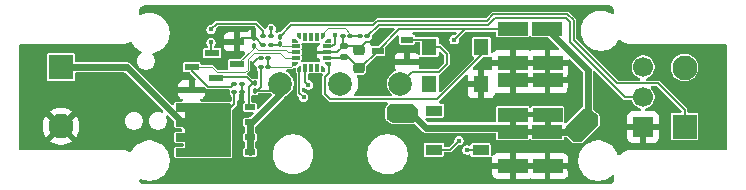
<source format=gbr>
%TF.GenerationSoftware,KiCad,Pcbnew,9.0.2*%
%TF.CreationDate,2025-07-09T21:54:35+02:00*%
%TF.ProjectId,drone_controller,64726f6e-655f-4636-9f6e-74726f6c6c65,rev?*%
%TF.SameCoordinates,Original*%
%TF.FileFunction,Copper,L1,Top*%
%TF.FilePolarity,Positive*%
%FSLAX46Y46*%
G04 Gerber Fmt 4.6, Leading zero omitted, Abs format (unit mm)*
G04 Created by KiCad (PCBNEW 9.0.2) date 2025-07-09 21:54:35*
%MOMM*%
%LPD*%
G01*
G04 APERTURE LIST*
G04 Aperture macros list*
%AMRoundRect*
0 Rectangle with rounded corners*
0 $1 Rounding radius*
0 $2 $3 $4 $5 $6 $7 $8 $9 X,Y pos of 4 corners*
0 Add a 4 corners polygon primitive as box body*
4,1,4,$2,$3,$4,$5,$6,$7,$8,$9,$2,$3,0*
0 Add four circle primitives for the rounded corners*
1,1,$1+$1,$2,$3*
1,1,$1+$1,$4,$5*
1,1,$1+$1,$6,$7*
1,1,$1+$1,$8,$9*
0 Add four rect primitives between the rounded corners*
20,1,$1+$1,$2,$3,$4,$5,0*
20,1,$1+$1,$4,$5,$6,$7,0*
20,1,$1+$1,$6,$7,$8,$9,0*
20,1,$1+$1,$8,$9,$2,$3,0*%
%AMFreePoly0*
4,1,6,0.325000,0.000000,0.325000,-0.150000,-0.175000,-0.150000,-0.175000,0.150000,0.175000,0.150000,0.325000,0.000000,0.325000,0.000000,$1*%
%AMFreePoly1*
4,1,6,0.325000,0.000000,0.175000,-0.150000,-0.175000,-0.150000,-0.175000,0.150000,0.325000,0.150000,0.325000,0.000000,0.325000,0.000000,$1*%
%AMFreePoly2*
4,1,6,0.150000,-0.175000,-0.150000,-0.175000,-0.150000,0.175000,0.000000,0.325000,0.150000,0.325000,0.150000,-0.175000,0.150000,-0.175000,$1*%
%AMFreePoly3*
4,1,6,0.150000,0.175000,0.150000,-0.175000,-0.150000,-0.175000,-0.150000,0.325000,0.000000,0.325000,0.150000,0.175000,0.150000,0.175000,$1*%
%AMFreePoly4*
4,1,6,0.175000,-0.150000,-0.175000,-0.150000,-0.325000,0.000000,-0.325000,0.150000,0.175000,0.150000,0.175000,-0.150000,0.175000,-0.150000,$1*%
%AMFreePoly5*
4,1,7,0.175000,-0.150000,-0.175000,-0.150000,-0.325000,-0.150000,-0.325000,0.000000,-0.175000,0.150000,0.175000,0.150000,0.175000,-0.150000,0.175000,-0.150000,$1*%
%AMFreePoly6*
4,1,6,0.150000,-0.175000,0.000000,-0.325000,-0.150000,-0.325000,-0.150000,0.175000,0.150000,0.175000,0.150000,-0.175000,0.150000,-0.175000,$1*%
%AMFreePoly7*
4,1,6,0.150000,-0.325000,0.000000,-0.325000,-0.150000,-0.175000,-0.150000,0.175000,0.150000,0.175000,0.150000,-0.325000,0.150000,-0.325000,$1*%
%AMFreePoly8*
4,1,37,-1.574645,2.715355,-1.560000,2.680000,-1.560000,1.930000,-0.990000,1.930000,-0.990000,2.680000,-0.975355,2.715355,-0.940000,2.730000,-0.340000,2.730000,-0.304645,2.715355,-0.290000,2.680000,-0.290000,1.930000,0.280000,1.930000,0.280000,2.680000,0.294645,2.715355,0.330000,2.730000,0.930000,2.730000,0.965355,2.715355,0.980000,2.680000,0.980000,1.930000,1.550000,1.930000,
1.550000,2.680000,1.564645,2.715355,1.600000,2.730000,2.200000,2.730000,2.235355,2.715355,2.250000,2.680000,2.250000,-1.870000,2.235355,-1.905355,2.200000,-1.920000,-2.210000,-1.920000,-2.245355,-1.905355,-2.260000,-1.870000,-2.260000,2.680000,-2.245355,2.715355,-2.210000,2.730000,-1.610000,2.730000,-1.574645,2.715355,-1.574645,2.715355,$1*%
G04 Aperture macros list end*
%TA.AperFunction,ComponentPad*%
%ADD10R,2.100000X2.100000*%
%TD*%
%TA.AperFunction,ComponentPad*%
%ADD11C,2.100000*%
%TD*%
%TA.AperFunction,SMDPad,CuDef*%
%ADD12R,1.250000X0.600000*%
%TD*%
%TA.AperFunction,SMDPad,CuDef*%
%ADD13R,2.500000X1.200000*%
%TD*%
%TA.AperFunction,SMDPad,CuDef*%
%ADD14R,1.300000X1.400000*%
%TD*%
%TA.AperFunction,ComponentPad*%
%ADD15R,1.700000X1.700000*%
%TD*%
%TA.AperFunction,ComponentPad*%
%ADD16C,1.700000*%
%TD*%
%TA.AperFunction,SMDPad,CuDef*%
%ADD17R,1.425000X0.950000*%
%TD*%
%TA.AperFunction,SMDPad,CuDef*%
%ADD18R,1.425000X0.880000*%
%TD*%
%TA.AperFunction,SMDPad,CuDef*%
%ADD19R,1.450000X0.930000*%
%TD*%
%TA.AperFunction,SMDPad,CuDef*%
%ADD20RoundRect,0.100000X0.130000X0.100000X-0.130000X0.100000X-0.130000X-0.100000X0.130000X-0.100000X0*%
%TD*%
%TA.AperFunction,SMDPad,CuDef*%
%ADD21RoundRect,0.100000X0.100000X-0.130000X0.100000X0.130000X-0.100000X0.130000X-0.100000X-0.130000X0*%
%TD*%
%TA.AperFunction,SMDPad,CuDef*%
%ADD22RoundRect,0.225000X0.250000X-0.225000X0.250000X0.225000X-0.250000X0.225000X-0.250000X-0.225000X0*%
%TD*%
%TA.AperFunction,SMDPad,CuDef*%
%ADD23R,1.070000X0.600000*%
%TD*%
%TA.AperFunction,ComponentPad*%
%ADD24C,2.000000*%
%TD*%
%TA.AperFunction,SMDPad,CuDef*%
%ADD25RoundRect,0.100000X-0.100000X0.130000X-0.100000X-0.130000X0.100000X-0.130000X0.100000X0.130000X0*%
%TD*%
%TA.AperFunction,SMDPad,CuDef*%
%ADD26FreePoly0,180.000000*%
%TD*%
%TA.AperFunction,SMDPad,CuDef*%
%ADD27R,0.700000X0.300000*%
%TD*%
%TA.AperFunction,SMDPad,CuDef*%
%ADD28FreePoly1,180.000000*%
%TD*%
%TA.AperFunction,SMDPad,CuDef*%
%ADD29FreePoly2,180.000000*%
%TD*%
%TA.AperFunction,SMDPad,CuDef*%
%ADD30R,0.300000X0.700000*%
%TD*%
%TA.AperFunction,SMDPad,CuDef*%
%ADD31FreePoly3,180.000000*%
%TD*%
%TA.AperFunction,SMDPad,CuDef*%
%ADD32FreePoly4,180.000000*%
%TD*%
%TA.AperFunction,SMDPad,CuDef*%
%ADD33FreePoly5,180.000000*%
%TD*%
%TA.AperFunction,SMDPad,CuDef*%
%ADD34FreePoly6,180.000000*%
%TD*%
%TA.AperFunction,SMDPad,CuDef*%
%ADD35FreePoly7,180.000000*%
%TD*%
%TA.AperFunction,SMDPad,CuDef*%
%ADD36RoundRect,0.100000X-0.130000X-0.100000X0.130000X-0.100000X0.130000X0.100000X-0.130000X0.100000X0*%
%TD*%
%TA.AperFunction,SMDPad,CuDef*%
%ADD37RoundRect,0.140000X0.170000X-0.140000X0.170000X0.140000X-0.170000X0.140000X-0.170000X-0.140000X0*%
%TD*%
%TA.AperFunction,SMDPad,CuDef*%
%ADD38R,0.900000X0.500000*%
%TD*%
%TA.AperFunction,SMDPad,CuDef*%
%ADD39FreePoly8,90.000000*%
%TD*%
%TA.AperFunction,ViaPad*%
%ADD40C,0.450000*%
%TD*%
%TA.AperFunction,ViaPad*%
%ADD41C,0.900000*%
%TD*%
%TA.AperFunction,Conductor*%
%ADD42C,0.200000*%
%TD*%
%TA.AperFunction,Conductor*%
%ADD43C,0.100000*%
%TD*%
%TA.AperFunction,Conductor*%
%ADD44C,0.127000*%
%TD*%
%TA.AperFunction,Conductor*%
%ADD45C,0.600000*%
%TD*%
G04 APERTURE END LIST*
D10*
%TO.P,J4,1,1*%
%TO.N,/DET_OUT+*%
X126700000Y-107100000D03*
D11*
%TO.P,J4,2,2*%
%TO.N,GND*%
X126700000Y-112100000D03*
%TD*%
D12*
%TO.P,Q3,1,G*%
%TO.N,/BUZZER*%
X141615000Y-106855000D03*
%TO.P,Q3,2,S*%
%TO.N,GND*%
X141615000Y-104945000D03*
%TO.P,Q3,3,D*%
%TO.N,Net-(BUZZER1--)*%
X139515000Y-105900000D03*
%TD*%
D13*
%TO.P,C4,1*%
%TO.N,/3V3*%
X164945000Y-103850000D03*
%TO.P,C4,2*%
%TO.N,GND*%
X164950000Y-106750000D03*
%TD*%
D14*
%TO.P,LED1,1,VDD*%
%TO.N,/5V0*%
X157900000Y-105375000D03*
%TO.P,LED1,2,DOU*%
%TO.N,unconnected-(LED1-DOU-Pad2)*%
X157900000Y-108525000D03*
%TO.P,LED1,3,GND*%
%TO.N,GND*%
X162300000Y-108525000D03*
%TO.P,LED1,4,DIN*%
%TO.N,/RGB_LED*%
X162300000Y-105375000D03*
%TD*%
D13*
%TO.P,C6,1*%
%TO.N,/5V0*%
X167895000Y-103850000D03*
%TO.P,C6,2*%
%TO.N,GND*%
X167900000Y-106750000D03*
%TD*%
D15*
%TO.P,J1,1,Pin_1*%
%TO.N,GND*%
X176000000Y-112160000D03*
D16*
%TO.P,J1,2,Pin_2*%
%TO.N,/IN1*%
X176000000Y-109620000D03*
%TO.P,J1,3,Pin_3*%
%TO.N,/5V0*%
X176000000Y-107080000D03*
%TD*%
D17*
%TO.P,BUZZER1,1,+*%
%TO.N,/3V3*%
X158260000Y-114075000D03*
D18*
%TO.P,BUZZER1,2,-*%
%TO.N,Net-(BUZZER1--)*%
X162235000Y-114110000D03*
D19*
%TO.P,BUZZER1,3,3*%
%TO.N,unconnected-(BUZZER1-Pad3)*%
X158272500Y-110765000D03*
%TD*%
D12*
%TO.P,Q2,1,G*%
%TO.N,/TRIGGER*%
X137765000Y-107095000D03*
%TO.P,Q2,2,S*%
%TO.N,GND*%
X137765000Y-109005000D03*
%TO.P,Q2,3,D*%
%TO.N,Net-(Q1-G)*%
X139865000Y-108050000D03*
%TD*%
D13*
%TO.P,C7,1*%
%TO.N,/5V0*%
X164955000Y-111100000D03*
%TO.P,C7,2*%
%TO.N,GND*%
X164950000Y-108200000D03*
%TD*%
D20*
%TO.P,R9,1*%
%TO.N,/FET_5V0_SENSE*%
X144260000Y-106350000D03*
%TO.P,R9,2*%
%TO.N,GND*%
X143620000Y-106350000D03*
%TD*%
D10*
%TO.P,J3,1,1*%
%TO.N,/IN2*%
X179500000Y-112120000D03*
D11*
%TO.P,J3,2,2*%
%TO.N,/5V0*%
X179500000Y-107120000D03*
%TD*%
D20*
%TO.P,R5,1*%
%TO.N,/IN1*%
X152645000Y-104480000D03*
%TO.P,R5,2*%
%TO.N,/IN1_SENSE*%
X152005000Y-104480000D03*
%TD*%
D13*
%TO.P,C9,1*%
%TO.N,/5V0*%
X164945000Y-112550000D03*
%TO.P,C9,2*%
%TO.N,GND*%
X164950000Y-115450000D03*
%TD*%
D21*
%TO.P,R6,1*%
%TO.N,/BUZZER*%
X143010000Y-105280000D03*
%TO.P,R6,2*%
%TO.N,GND*%
X143010000Y-104640000D03*
%TD*%
D22*
%TO.P,C2,1*%
%TO.N,/3V3*%
X151920000Y-107155000D03*
%TO.P,C2,2*%
%TO.N,GND*%
X151920000Y-105605000D03*
%TD*%
D23*
%TO.P,U4,1,GND*%
%TO.N,GND*%
X155990000Y-106650000D03*
%TO.P,U4,2,Vin*%
%TO.N,/5V0*%
X155990000Y-104750000D03*
%TO.P,U4,3,Vout*%
%TO.N,/3V3*%
X153510000Y-105700000D03*
%TD*%
D24*
%TO.P,SW1,1,B*%
%TO.N,/FET_5V0*%
X145270000Y-108475000D03*
%TO.P,SW1,2,A*%
%TO.N,/5V0*%
X155430000Y-108475000D03*
%TO.P,SW1,3,C*%
%TO.N,GND*%
X150350000Y-108475000D03*
%TD*%
D25*
%TO.P,R10,1*%
%TO.N,/IN2*%
X145210000Y-104510000D03*
%TO.P,R10,2*%
%TO.N,/IN2_SENSE*%
X145210000Y-105150000D03*
%TD*%
D26*
%TO.P,U3,1,PC15*%
%TO.N,/RGB_LED*%
X149367499Y-106837500D03*
D27*
%TO.P,U3,2,VDD*%
%TO.N,/3V3*%
X149192499Y-106337500D03*
%TO.P,U3,3,VSS*%
%TO.N,GND*%
X149192499Y-105837501D03*
%TO.P,U3,4,PF2*%
%TO.N,/NRST*%
X149192499Y-105337500D03*
D28*
%TO.P,U3,5,PA0*%
%TO.N,unconnected-(U3-PA0-Pad5)*%
X149367499Y-104837500D03*
D29*
%TO.P,U3,6,PA1*%
%TO.N,/IN1_SENSE*%
X148892499Y-104362500D03*
D30*
%TO.P,U3,7,PA2*%
%TO.N,unconnected-(U3-PA2-Pad7)*%
X148392499Y-104537500D03*
%TO.P,U3,8,PA3*%
%TO.N,unconnected-(U3-PA3-Pad8)*%
X147892500Y-104537500D03*
%TO.P,U3,9,PA4*%
%TO.N,unconnected-(U3-PA4-Pad9)*%
X147392499Y-104537500D03*
D31*
%TO.P,U3,10,PA5*%
%TO.N,unconnected-(U3-PA5-Pad10)*%
X146892499Y-104362500D03*
D32*
%TO.P,U3,11,PA6*%
%TO.N,unconnected-(U3-PA6-Pad11)*%
X146417499Y-104837500D03*
D27*
%TO.P,U3,12,PA7*%
%TO.N,/IN2_SENSE*%
X146592499Y-105337500D03*
%TO.P,U3,13,PA8*%
%TO.N,/BUZZER*%
X146592499Y-105837499D03*
%TO.P,U3,14,PA9/PA11*%
%TO.N,/TRIGGER*%
X146592499Y-106337500D03*
D33*
%TO.P,U3,15,PA10/PA12*%
%TO.N,/FET_5V0_SENSE*%
X146417499Y-106837500D03*
D34*
%TO.P,U3,16,PA13*%
%TO.N,/SWDIO*%
X146892499Y-107312500D03*
D30*
%TO.P,U3,17,PA14*%
%TO.N,/SWCLK*%
X147392499Y-107137500D03*
%TO.P,U3,18,PB6*%
%TO.N,unconnected-(U3-PB6-Pad18)*%
X147892498Y-107137500D03*
%TO.P,U3,19,PB7*%
%TO.N,unconnected-(U3-PB7-Pad19)*%
X148392499Y-107137500D03*
D35*
%TO.P,U3,20,PC14*%
%TO.N,unconnected-(U3-PC14-Pad20)*%
X148892499Y-107312500D03*
%TD*%
D36*
%TO.P,R4,1*%
%TO.N,/3V3*%
X143810000Y-104440000D03*
%TO.P,R4,2*%
%TO.N,Net-(BUZZER1--)*%
X144450000Y-104440000D03*
%TD*%
%TO.P,R2,1*%
%TO.N,/TRIGGER*%
X141380000Y-108500000D03*
%TO.P,R2,2*%
%TO.N,GND*%
X142020000Y-108500000D03*
%TD*%
D37*
%TO.P,C3,1*%
%TO.N,/3V3*%
X150640000Y-106270000D03*
%TO.P,C3,2*%
%TO.N,GND*%
X150640000Y-105310000D03*
%TD*%
D13*
%TO.P,C5,1*%
%TO.N,/5V0*%
X167895000Y-112550000D03*
%TO.P,C5,2*%
%TO.N,GND*%
X167900000Y-115450000D03*
%TD*%
D25*
%TO.P,R1,1*%
%TO.N,Net-(Q1-G)*%
X143100000Y-108430000D03*
%TO.P,R1,2*%
%TO.N,/FET_5V0*%
X143100000Y-109070000D03*
%TD*%
D20*
%TO.P,R7,1*%
%TO.N,/IN1_SENSE*%
X151195000Y-104480000D03*
%TO.P,R7,2*%
%TO.N,GND*%
X150555000Y-104480000D03*
%TD*%
D36*
%TO.P,R11,1*%
%TO.N,/FET_5V0*%
X143625000Y-107090000D03*
%TO.P,R11,2*%
%TO.N,/FET_5V0_SENSE*%
X144265000Y-107090000D03*
%TD*%
D38*
%TO.P,Q1,1,S*%
%TO.N,/FET_5V0*%
X142715000Y-114300000D03*
%TO.P,Q1,2,S*%
X142715000Y-113030000D03*
%TO.P,Q1,3,S*%
X142715000Y-111760000D03*
%TO.P,Q1,4,G*%
%TO.N,Net-(Q1-G)*%
X142715000Y-110490000D03*
D39*
%TO.P,Q1,5,D*%
%TO.N,/DET_OUT+*%
X139165000Y-112400000D03*
%TD*%
D20*
%TO.P,R8,1*%
%TO.N,/IN2_SENSE*%
X144460000Y-105180000D03*
%TO.P,R8,2*%
%TO.N,GND*%
X143820000Y-105180000D03*
%TD*%
D36*
%TO.P,R3,1*%
%TO.N,/DET_OUT+*%
X141380000Y-109200000D03*
%TO.P,R3,2*%
%TO.N,GND*%
X142020000Y-109200000D03*
%TD*%
D13*
%TO.P,C8,1*%
%TO.N,/5V0*%
X167905000Y-111100000D03*
%TO.P,C8,2*%
%TO.N,GND*%
X167900000Y-108200000D03*
%TD*%
D40*
%TO.N,GND*%
X158100000Y-106700000D03*
X141700000Y-105800000D03*
D41*
X170000000Y-115700000D03*
D40*
X154100000Y-104100000D03*
D41*
X170000000Y-109000000D03*
D40*
X154200000Y-106700000D03*
D41*
X170000000Y-107900000D03*
X170000000Y-110200000D03*
D40*
X136500000Y-108000000D03*
X143700000Y-109800000D03*
X143000000Y-107600000D03*
D41*
X170000000Y-114400000D03*
D40*
%TO.N,Net-(BUZZER1--)*%
X139400000Y-105000000D03*
X144520000Y-103810000D03*
X161100000Y-114100000D03*
%TO.N,/3V3*%
X139400000Y-103900000D03*
X160400000Y-113300000D03*
X160000000Y-104770000D03*
D41*
%TO.N,/5V0*%
X156200000Y-110800000D03*
X154900000Y-110800000D03*
X171500000Y-111600000D03*
X170500000Y-112700000D03*
D40*
%TO.N,/NRST*%
X149870000Y-104400000D03*
%TO.N,/SWDIO*%
X147240000Y-109630000D03*
%TO.N,/SWCLK*%
X147640000Y-108590000D03*
%TD*%
D42*
%TO.N,GND*%
X148087501Y-105837501D02*
X148075000Y-105825000D01*
X149192499Y-105837501D02*
X148087501Y-105837501D01*
X142020000Y-109620000D02*
X142025000Y-109625000D01*
X142020000Y-109200000D02*
X142020000Y-109620000D01*
X149192499Y-105837501D02*
X150112499Y-105837501D01*
X143820000Y-105180000D02*
X143750130Y-105180000D01*
X150112499Y-105837501D02*
X150640000Y-105310000D01*
X150640000Y-105310000D02*
X151625000Y-105310000D01*
X154100000Y-104100000D02*
X153219000Y-104981000D01*
X141920000Y-104640000D02*
X141615000Y-104945000D01*
X152544000Y-104981000D02*
X153219000Y-104981000D01*
X143210130Y-104640000D02*
X143010000Y-104640000D01*
X143390001Y-106350000D02*
X143620000Y-106350000D01*
X143010000Y-104640000D02*
X141920000Y-104640000D01*
X142900000Y-107500000D02*
X142900000Y-106840001D01*
X143000000Y-107600000D02*
X142900000Y-107500000D01*
X150555000Y-104480000D02*
X150555000Y-105225000D01*
X142020000Y-109200000D02*
X142020000Y-108500000D01*
X142900000Y-106840001D02*
X143390001Y-106350000D01*
X143750130Y-105180000D02*
X143210130Y-104640000D01*
X151920000Y-105605000D02*
X152544000Y-104981000D01*
X150555000Y-105225000D02*
X150640000Y-105310000D01*
X151625000Y-105310000D02*
X151920000Y-105605000D01*
D43*
%TO.N,/TRIGGER*%
X145259000Y-105899000D02*
X143041000Y-105899000D01*
D44*
X141380000Y-108500000D02*
X141130000Y-108750000D01*
D43*
X142500000Y-107300000D02*
X142301000Y-107499000D01*
X145697500Y-106337500D02*
X145259000Y-105899000D01*
D44*
X139111000Y-108750000D02*
X137765000Y-107404000D01*
D43*
X139475000Y-107095000D02*
X137765000Y-107095000D01*
X142500000Y-106440000D02*
X142500000Y-107300000D01*
X142301000Y-107499000D02*
X139879000Y-107499000D01*
D44*
X137765000Y-107404000D02*
X137765000Y-107095000D01*
X141130000Y-108750000D02*
X139111000Y-108750000D01*
D43*
X143041000Y-105899000D02*
X142500000Y-106440000D01*
X146592499Y-106337500D02*
X145697500Y-106337500D01*
X139879000Y-107499000D02*
X139475000Y-107095000D01*
D42*
%TO.N,Net-(BUZZER1--)*%
X161280000Y-114100000D02*
X161290000Y-114110000D01*
X161100000Y-114100000D02*
X161280000Y-114100000D01*
X139400000Y-105785000D02*
X139515000Y-105900000D01*
X161290000Y-114110000D02*
X162235000Y-114110000D01*
X144520000Y-103810000D02*
X144520000Y-104370000D01*
X144520000Y-104370000D02*
X144450000Y-104440000D01*
X139400000Y-105000000D02*
X139400000Y-105785000D01*
%TO.N,/3V3*%
X160000000Y-104770000D02*
X160920000Y-103850000D01*
X150572500Y-106337500D02*
X150640000Y-106270000D01*
X143200000Y-103400000D02*
X143810000Y-104010000D01*
X139400000Y-103900000D02*
X139900000Y-103400000D01*
X161490000Y-103850000D02*
X164945000Y-103850000D01*
X150640000Y-106270000D02*
X151035000Y-106270000D01*
X152055000Y-107155000D02*
X153510000Y-105700000D01*
X153510000Y-105700000D02*
X155360000Y-103850000D01*
X143810000Y-104010000D02*
X143810000Y-104440000D01*
X160400000Y-113300000D02*
X159625000Y-114075000D01*
X151920000Y-107155000D02*
X152055000Y-107155000D01*
X159625000Y-114075000D02*
X158260000Y-114075000D01*
X139900000Y-103400000D02*
X143200000Y-103400000D01*
X151035000Y-106270000D02*
X151920000Y-107155000D01*
X149192499Y-106337500D02*
X150572500Y-106337500D01*
X160920000Y-103850000D02*
X161490000Y-103850000D01*
X155360000Y-103850000D02*
X161490000Y-103850000D01*
D45*
%TO.N,/DET_OUT+*%
X139165000Y-112400000D02*
X137600000Y-112400000D01*
X132300000Y-107100000D02*
X126650000Y-107100000D01*
D42*
X141380000Y-109200000D02*
X141380000Y-110185000D01*
X141380000Y-110185000D02*
X139165000Y-112400000D01*
D45*
X137600000Y-112400000D02*
X132300000Y-107100000D01*
%TO.N,/5V0*%
X171300000Y-107300000D02*
X171300000Y-110600000D01*
X167895000Y-103895000D02*
X171300000Y-107300000D01*
D42*
X155430000Y-108475000D02*
X156405000Y-107500000D01*
D45*
X167895000Y-103850000D02*
X167895000Y-103895000D01*
D42*
X158775000Y-105375000D02*
X157900000Y-105375000D01*
X159400000Y-106800000D02*
X159400000Y-106000000D01*
D45*
X171300000Y-110600000D02*
X169350000Y-112550000D01*
X169350000Y-112550000D02*
X167895000Y-112550000D01*
D42*
X157275000Y-104750000D02*
X157900000Y-105375000D01*
X158700000Y-107500000D02*
X159400000Y-106800000D01*
X156405000Y-107500000D02*
X158700000Y-107500000D01*
D45*
X164595000Y-112200000D02*
X157600000Y-112200000D01*
X157600000Y-112200000D02*
X156200000Y-110800000D01*
D42*
X155990000Y-104750000D02*
X157275000Y-104750000D01*
D45*
X164945000Y-112550000D02*
X164595000Y-112200000D01*
D42*
X159400000Y-106000000D02*
X158775000Y-105375000D01*
%TO.N,/IN1*%
X169772000Y-103272000D02*
X169772000Y-104935862D01*
X162878000Y-103522000D02*
X163451002Y-102949000D01*
X163451002Y-102949000D02*
X169449000Y-102949000D01*
X169772000Y-104935862D02*
X174456138Y-109620000D01*
X152645000Y-104480000D02*
X153603000Y-103522000D01*
X153856341Y-103522000D02*
X153859341Y-103519000D01*
X154340659Y-103519000D02*
X154343659Y-103522000D01*
X153603000Y-103522000D02*
X153856341Y-103522000D01*
X154343659Y-103522000D02*
X162878000Y-103522000D01*
X153859341Y-103519000D02*
X154340659Y-103519000D01*
X174456138Y-109620000D02*
X176000000Y-109620000D01*
X169449000Y-102949000D02*
X169772000Y-103272000D01*
%TO.N,/RGB_LED*%
X149367499Y-107595252D02*
X149049000Y-107913751D01*
X158577000Y-109800000D02*
X162300000Y-106077000D01*
X149049000Y-109349000D02*
X149500000Y-109800000D01*
X149367499Y-106837500D02*
X149367499Y-107595252D01*
X149049000Y-107913751D02*
X149049000Y-109349000D01*
X149500000Y-109800000D02*
X158577000Y-109800000D01*
X162300000Y-106077000D02*
X162300000Y-105375000D01*
%TO.N,/IN2*%
X162745140Y-103191000D02*
X163315140Y-102621000D01*
X153470138Y-103191000D02*
X162745140Y-103191000D01*
X177289000Y-108469000D02*
X179500000Y-110680000D01*
X146220000Y-103500000D02*
X153161138Y-103500000D01*
X173769000Y-108469000D02*
X177289000Y-108469000D01*
X170100000Y-104700000D02*
X170100000Y-104800000D01*
X170100000Y-104800000D02*
X173769000Y-108469000D01*
X145210000Y-104510000D02*
X146220000Y-103500000D01*
X169584862Y-102621000D02*
X170100000Y-103136138D01*
X170100000Y-103136138D02*
X170100000Y-104700000D01*
X153161138Y-103500000D02*
X153470138Y-103191000D01*
X163315140Y-102621000D02*
X169584862Y-102621000D01*
X179500000Y-110680000D02*
X179500000Y-112120000D01*
%TO.N,/FET_5V0*%
X143625000Y-108744999D02*
X143625000Y-107090000D01*
X144675000Y-109070000D02*
X145270000Y-108475000D01*
X143299999Y-109070000D02*
X143625000Y-108744999D01*
D45*
X142715000Y-114300000D02*
X142715000Y-111760000D01*
D43*
X145270000Y-108475000D02*
X145270000Y-109205000D01*
D42*
X143100000Y-109070000D02*
X143299999Y-109070000D01*
D45*
X142715000Y-111760000D02*
X142915000Y-111760000D01*
D42*
X143100000Y-109070000D02*
X144675000Y-109070000D01*
D45*
X142915000Y-111760000D02*
X145270000Y-109405000D01*
X145270000Y-109405000D02*
X145270000Y-108475000D01*
D44*
%TO.N,Net-(Q1-G)*%
X142435500Y-107935500D02*
X139979500Y-107935500D01*
X139979500Y-107935500D02*
X139865000Y-108050000D01*
X142991748Y-108430000D02*
X142635500Y-108786248D01*
X143100000Y-108430000D02*
X142930000Y-108430000D01*
X143100000Y-108430000D02*
X142991748Y-108430000D01*
X142635500Y-110410500D02*
X142715000Y-110490000D01*
X142635500Y-108786248D02*
X142635500Y-110410500D01*
X142930000Y-108430000D02*
X142435500Y-107935500D01*
X142800000Y-110405000D02*
X142715000Y-110490000D01*
D43*
%TO.N,/BUZZER*%
X143401000Y-105671000D02*
X145798440Y-105671000D01*
X146592499Y-105837499D02*
X145964938Y-105837499D01*
X143010000Y-105460000D02*
X141615000Y-106855000D01*
X143010000Y-105280000D02*
X143010000Y-105460000D01*
X145964938Y-105837499D02*
X145798440Y-105671000D01*
X143010000Y-105280000D02*
X143401000Y-105671000D01*
%TO.N,/IN1_SENSE*%
X148892499Y-104182500D02*
X148892499Y-104362500D01*
X149274999Y-103800000D02*
X148892499Y-104182500D01*
X150714999Y-103800000D02*
X149274999Y-103800000D01*
X151195000Y-104280001D02*
X150714999Y-103800000D01*
D42*
X151195000Y-104480000D02*
X152005000Y-104480000D01*
D43*
X151195000Y-104480000D02*
X151195000Y-104280001D01*
%TO.N,/IN2_SENSE*%
X145397500Y-105337500D02*
X145210000Y-105150000D01*
D42*
X144460000Y-105180000D02*
X145180000Y-105180000D01*
X145180000Y-105180000D02*
X145210000Y-105150000D01*
D43*
X146592499Y-105337500D02*
X145397500Y-105337500D01*
%TO.N,/FET_5V0_SENSE*%
X144265000Y-107090000D02*
X146164999Y-107090000D01*
D42*
X144260000Y-107085000D02*
X144265000Y-107090000D01*
D43*
X146164999Y-107090000D02*
X146417499Y-106837500D01*
D42*
X144260000Y-106350000D02*
X144260000Y-107085000D01*
%TO.N,/NRST*%
X149870000Y-104400000D02*
X149870000Y-105092751D01*
X149625251Y-105337500D02*
X149192499Y-105337500D01*
X149870000Y-105092751D02*
X149625251Y-105337500D01*
%TO.N,/SWDIO*%
X146890000Y-107314999D02*
X146892499Y-107312500D01*
X147240000Y-109630000D02*
X146890000Y-109280000D01*
X146890000Y-109280000D02*
X146890000Y-107314999D01*
%TO.N,/SWCLK*%
X147392499Y-107137500D02*
X147392499Y-108342499D01*
X147392499Y-108342499D02*
X147640000Y-108590000D01*
%TD*%
%TA.AperFunction,Conductor*%
%TO.N,/5V0*%
G36*
X156425706Y-110219685D02*
G01*
X156433067Y-110224800D01*
X156850400Y-110537800D01*
X156892221Y-110593771D01*
X156900000Y-110637000D01*
X156900000Y-111448638D01*
X156880315Y-111515677D01*
X156863681Y-111536319D01*
X156636319Y-111763681D01*
X156574996Y-111797166D01*
X156548638Y-111800000D01*
X154872133Y-111800000D01*
X154811913Y-111784395D01*
X154363780Y-111535432D01*
X154314737Y-111485668D01*
X154300000Y-111427037D01*
X154300000Y-110568497D01*
X154319685Y-110501458D01*
X154327172Y-110491035D01*
X154522770Y-110246538D01*
X154580021Y-110206486D01*
X154619598Y-110200000D01*
X156358667Y-110200000D01*
X156425706Y-110219685D01*
G37*
%TD.AperFunction*%
%TD*%
%TA.AperFunction,Conductor*%
%TO.N,/5V0*%
G36*
X167848039Y-110869685D02*
G01*
X167893794Y-110922489D01*
X167905000Y-110974000D01*
X167905000Y-111100000D01*
X168031000Y-111100000D01*
X168098039Y-111119685D01*
X168143794Y-111172489D01*
X168155000Y-111224000D01*
X168155000Y-112268638D01*
X168154750Y-112276502D01*
X168144750Y-112433864D01*
X168134092Y-112463145D01*
X168125315Y-112493039D01*
X168122244Y-112495699D01*
X168120854Y-112499520D01*
X168096053Y-112518394D01*
X168072511Y-112538794D01*
X168067942Y-112539787D01*
X168065254Y-112541834D01*
X168054667Y-112542675D01*
X168021000Y-112550000D01*
X167895000Y-112550000D01*
X167895000Y-112676000D01*
X167875315Y-112743039D01*
X167822511Y-112788794D01*
X167771000Y-112800000D01*
X165069000Y-112800000D01*
X165001961Y-112780315D01*
X164956206Y-112727511D01*
X164945000Y-112676000D01*
X164945000Y-112550000D01*
X164819000Y-112550000D01*
X164751961Y-112530315D01*
X164706206Y-112477511D01*
X164695000Y-112426000D01*
X164695000Y-112300000D01*
X165205000Y-112300000D01*
X167645000Y-112300000D01*
X167645000Y-111350000D01*
X165205000Y-111350000D01*
X165205000Y-112300000D01*
X164695000Y-112300000D01*
X164695000Y-111381362D01*
X164695896Y-111366481D01*
X164705000Y-111291169D01*
X164705000Y-111224000D01*
X164724685Y-111156961D01*
X164777489Y-111111206D01*
X164829000Y-111100000D01*
X164955000Y-111100000D01*
X164955000Y-110974000D01*
X164974685Y-110906961D01*
X165027489Y-110861206D01*
X165079000Y-110850000D01*
X167781000Y-110850000D01*
X167848039Y-110869685D01*
G37*
%TD.AperFunction*%
%TD*%
%TA.AperFunction,Conductor*%
%TO.N,GND*%
G36*
X160138443Y-104097185D02*
G01*
X160184198Y-104149989D01*
X160194142Y-104219147D01*
X160165117Y-104282703D01*
X160159085Y-104289181D01*
X160115085Y-104333181D01*
X160053762Y-104366666D01*
X160027404Y-104369500D01*
X159947273Y-104369500D01*
X159845413Y-104396793D01*
X159845410Y-104396794D01*
X159754085Y-104449521D01*
X159679521Y-104524085D01*
X159626794Y-104615410D01*
X159626793Y-104615413D01*
X159599500Y-104717273D01*
X159599500Y-104822727D01*
X159625849Y-104921062D01*
X159626793Y-104924586D01*
X159626794Y-104924589D01*
X159636126Y-104940752D01*
X159679520Y-105015913D01*
X159754087Y-105090480D01*
X159845413Y-105143207D01*
X159947273Y-105170500D01*
X159947275Y-105170500D01*
X160052725Y-105170500D01*
X160052727Y-105170500D01*
X160154587Y-105143207D01*
X160245913Y-105090480D01*
X160320480Y-105015913D01*
X160373207Y-104924587D01*
X160400500Y-104822727D01*
X160400500Y-104742594D01*
X160420185Y-104675555D01*
X160436819Y-104654913D01*
X160977914Y-104113819D01*
X161039237Y-104080334D01*
X161065595Y-104077500D01*
X161444747Y-104077500D01*
X163443500Y-104077500D01*
X163510539Y-104097185D01*
X163556294Y-104149989D01*
X163567500Y-104201500D01*
X163567500Y-104462558D01*
X163574898Y-104499749D01*
X163603077Y-104541922D01*
X163645250Y-104570101D01*
X163645252Y-104570102D01*
X163673205Y-104575662D01*
X163682441Y-104577500D01*
X163682442Y-104577500D01*
X166207559Y-104577500D01*
X166214957Y-104576028D01*
X166244748Y-104570102D01*
X166286922Y-104541922D01*
X166286923Y-104541921D01*
X166316898Y-104497061D01*
X166370510Y-104452255D01*
X166439835Y-104443548D01*
X166502862Y-104473702D01*
X166523102Y-104497061D01*
X166553076Y-104541921D01*
X166595250Y-104570101D01*
X166595252Y-104570102D01*
X166623205Y-104575662D01*
X166632441Y-104577500D01*
X166632442Y-104577500D01*
X167921562Y-104577500D01*
X167988601Y-104597185D01*
X168009243Y-104613819D01*
X168833743Y-105438319D01*
X168867228Y-105499642D01*
X168862244Y-105569334D01*
X168820372Y-105625267D01*
X168754908Y-105649684D01*
X168746062Y-105650000D01*
X168150000Y-105650000D01*
X168150000Y-106500000D01*
X169650000Y-106500000D01*
X169685031Y-106464969D01*
X169746354Y-106431484D01*
X169816046Y-106436468D01*
X169860393Y-106464969D01*
X170836181Y-107440757D01*
X170869666Y-107502080D01*
X170872500Y-107528438D01*
X170872500Y-110371561D01*
X170852815Y-110438600D01*
X170836181Y-110459242D01*
X169494181Y-111801242D01*
X169432858Y-111834727D01*
X169363166Y-111829743D01*
X169307233Y-111787871D01*
X169282816Y-111722407D01*
X169282500Y-111713561D01*
X169282500Y-110487441D01*
X169277862Y-110464126D01*
X169275102Y-110450252D01*
X169275101Y-110450250D01*
X169246922Y-110408077D01*
X169204749Y-110379898D01*
X169167559Y-110372500D01*
X169167558Y-110372500D01*
X166642442Y-110372500D01*
X166642441Y-110372500D01*
X166605250Y-110379898D01*
X166563077Y-110408077D01*
X166533102Y-110452939D01*
X166479489Y-110497744D01*
X166410164Y-110506451D01*
X166347137Y-110476296D01*
X166326898Y-110452939D01*
X166296922Y-110408077D01*
X166254749Y-110379898D01*
X166217559Y-110372500D01*
X166217558Y-110372500D01*
X163692442Y-110372500D01*
X163692441Y-110372500D01*
X163655250Y-110379898D01*
X163613077Y-110408077D01*
X163584898Y-110450250D01*
X163577500Y-110487441D01*
X163577500Y-111648500D01*
X163557815Y-111715539D01*
X163505011Y-111761294D01*
X163453500Y-111772500D01*
X157828438Y-111772500D01*
X157798997Y-111763855D01*
X157769011Y-111757332D01*
X157763995Y-111753577D01*
X157761399Y-111752815D01*
X157740757Y-111736181D01*
X157573757Y-111569181D01*
X157540272Y-111507858D01*
X157545256Y-111438166D01*
X157587128Y-111382233D01*
X157652592Y-111357816D01*
X157661438Y-111357500D01*
X159010059Y-111357500D01*
X159017457Y-111356028D01*
X159047248Y-111350102D01*
X159089422Y-111321922D01*
X159117602Y-111279748D01*
X159125000Y-111242558D01*
X159125000Y-110287442D01*
X159117602Y-110250252D01*
X159104238Y-110230251D01*
X159089422Y-110208077D01*
X159047249Y-110179898D01*
X159010059Y-110172500D01*
X159010058Y-110172500D01*
X158825596Y-110172500D01*
X158758557Y-110152815D01*
X158712802Y-110100011D01*
X158702858Y-110030853D01*
X158731883Y-109967297D01*
X158737915Y-109960819D01*
X159425889Y-109272844D01*
X161150000Y-109272844D01*
X161156401Y-109332372D01*
X161156403Y-109332379D01*
X161206645Y-109467086D01*
X161206649Y-109467093D01*
X161292809Y-109582187D01*
X161292812Y-109582190D01*
X161407906Y-109668350D01*
X161407913Y-109668354D01*
X161542620Y-109718596D01*
X161542627Y-109718598D01*
X161602155Y-109724999D01*
X161602172Y-109725000D01*
X162050000Y-109725000D01*
X162050000Y-108775000D01*
X161150000Y-108775000D01*
X161150000Y-109272844D01*
X159425889Y-109272844D01*
X160062776Y-108635957D01*
X160938319Y-107760414D01*
X160999642Y-107726929D01*
X161069334Y-107731913D01*
X161125267Y-107773785D01*
X161149684Y-107839249D01*
X161150000Y-107848095D01*
X161150000Y-108275000D01*
X162050000Y-108275000D01*
X162050000Y-107325000D01*
X162550000Y-107325000D01*
X162550000Y-109725000D01*
X162997828Y-109725000D01*
X162997844Y-109724999D01*
X163057372Y-109718598D01*
X163057379Y-109718596D01*
X163192086Y-109668354D01*
X163192093Y-109668350D01*
X163307187Y-109582190D01*
X163307190Y-109582187D01*
X163393350Y-109467093D01*
X163393355Y-109467084D01*
X163431161Y-109365721D01*
X163473032Y-109309787D01*
X163538496Y-109285369D01*
X163585012Y-109292058D01*
X163585070Y-109291813D01*
X163587815Y-109292461D01*
X163590683Y-109292874D01*
X163592621Y-109293596D01*
X163592627Y-109293598D01*
X163652155Y-109299999D01*
X163652172Y-109300000D01*
X164700000Y-109300000D01*
X165200000Y-109300000D01*
X166247828Y-109300000D01*
X166247844Y-109299999D01*
X166307371Y-109293598D01*
X166381666Y-109265888D01*
X166451358Y-109260904D01*
X166468334Y-109265888D01*
X166542628Y-109293598D01*
X166542627Y-109293598D01*
X166602155Y-109299999D01*
X166602172Y-109300000D01*
X167650000Y-109300000D01*
X168150000Y-109300000D01*
X169197828Y-109300000D01*
X169197844Y-109299999D01*
X169257372Y-109293598D01*
X169257379Y-109293596D01*
X169392086Y-109243354D01*
X169392093Y-109243350D01*
X169507187Y-109157190D01*
X169507190Y-109157187D01*
X169593350Y-109042093D01*
X169593354Y-109042086D01*
X169643596Y-108907379D01*
X169643598Y-108907372D01*
X169649999Y-108847844D01*
X169650000Y-108847827D01*
X169650000Y-108450000D01*
X168150000Y-108450000D01*
X168150000Y-109300000D01*
X167650000Y-109300000D01*
X167650000Y-108450000D01*
X165200000Y-108450000D01*
X165200000Y-109300000D01*
X164700000Y-109300000D01*
X164700000Y-107950000D01*
X165200000Y-107950000D01*
X167650000Y-107950000D01*
X168150000Y-107950000D01*
X169650000Y-107950000D01*
X169650000Y-107552172D01*
X169649999Y-107552158D01*
X169643128Y-107488257D01*
X169643128Y-107461743D01*
X169649999Y-107397841D01*
X169650000Y-107397827D01*
X169650000Y-107000000D01*
X168150000Y-107000000D01*
X168150000Y-107950000D01*
X167650000Y-107950000D01*
X167650000Y-107000000D01*
X165200000Y-107000000D01*
X165200000Y-107950000D01*
X164700000Y-107950000D01*
X164700000Y-107000000D01*
X163200000Y-107000000D01*
X163200000Y-107208690D01*
X163180315Y-107275729D01*
X163127511Y-107321484D01*
X163062744Y-107331979D01*
X162997844Y-107325000D01*
X162550000Y-107325000D01*
X162050000Y-107325000D01*
X161673095Y-107325000D01*
X161606056Y-107305315D01*
X161560301Y-107252511D01*
X161550357Y-107183353D01*
X161579382Y-107119797D01*
X161585414Y-107113319D01*
X162459914Y-106238819D01*
X162521237Y-106205334D01*
X162547595Y-106202500D01*
X162962559Y-106202500D01*
X162968729Y-106201272D01*
X162999748Y-106195102D01*
X163007107Y-106190184D01*
X163073783Y-106169305D01*
X163141163Y-106187787D01*
X163187855Y-106239765D01*
X163200000Y-106293285D01*
X163200000Y-106500000D01*
X164700000Y-106500000D01*
X165200000Y-106500000D01*
X167650000Y-106500000D01*
X167650000Y-105650000D01*
X166602155Y-105650000D01*
X166542627Y-105656401D01*
X166542617Y-105656403D01*
X166468332Y-105684110D01*
X166398641Y-105689094D01*
X166381668Y-105684110D01*
X166307382Y-105656403D01*
X166307372Y-105656401D01*
X166247844Y-105650000D01*
X165200000Y-105650000D01*
X165200000Y-106500000D01*
X164700000Y-106500000D01*
X164700000Y-105650000D01*
X163652155Y-105650000D01*
X163592627Y-105656401D01*
X163592620Y-105656403D01*
X163457913Y-105706645D01*
X163457906Y-105706649D01*
X163342812Y-105792809D01*
X163300766Y-105848975D01*
X163244832Y-105890845D01*
X163175140Y-105895829D01*
X163113817Y-105862343D01*
X163080333Y-105801019D01*
X163077500Y-105774663D01*
X163077500Y-104662441D01*
X163073147Y-104640561D01*
X163070102Y-104625252D01*
X163070101Y-104625250D01*
X163041922Y-104583077D01*
X162999749Y-104554898D01*
X162962559Y-104547500D01*
X162962558Y-104547500D01*
X161637442Y-104547500D01*
X161637441Y-104547500D01*
X161600250Y-104554898D01*
X161558077Y-104583077D01*
X161529898Y-104625250D01*
X161522500Y-104662441D01*
X161522500Y-106087558D01*
X161529898Y-106124749D01*
X161558077Y-106166922D01*
X161600252Y-106195102D01*
X161611533Y-106199775D01*
X161609927Y-106203652D01*
X161651365Y-106225293D01*
X161685980Y-106285986D01*
X161682286Y-106355758D01*
X161653003Y-106402263D01*
X158889181Y-109166086D01*
X158827858Y-109199571D01*
X158758166Y-109194587D01*
X158702233Y-109152715D01*
X158677816Y-109087251D01*
X158677500Y-109078405D01*
X158677500Y-107838418D01*
X158697185Y-107771379D01*
X158749989Y-107725624D01*
X158754030Y-107723864D01*
X158828868Y-107692865D01*
X158828869Y-107692864D01*
X158828871Y-107692863D01*
X159592863Y-106928870D01*
X159592864Y-106928869D01*
X159592865Y-106928868D01*
X159599645Y-106912500D01*
X159627500Y-106845253D01*
X159627500Y-105954747D01*
X159592865Y-105871132D01*
X159528868Y-105807135D01*
X159220499Y-105498766D01*
X158903870Y-105182136D01*
X158875776Y-105170499D01*
X158820253Y-105147500D01*
X158801500Y-105147500D01*
X158734461Y-105127815D01*
X158688706Y-105075011D01*
X158677500Y-105023500D01*
X158677500Y-104662441D01*
X158673147Y-104640561D01*
X158670102Y-104625252D01*
X158670101Y-104625250D01*
X158641922Y-104583077D01*
X158599749Y-104554898D01*
X158562559Y-104547500D01*
X158562558Y-104547500D01*
X157405274Y-104547500D01*
X157357821Y-104538061D01*
X157320255Y-104522500D01*
X157320253Y-104522500D01*
X156771183Y-104522500D01*
X156704144Y-104502815D01*
X156658389Y-104450011D01*
X156649566Y-104422693D01*
X156645631Y-104402913D01*
X156645102Y-104400252D01*
X156645101Y-104400250D01*
X156616922Y-104358077D01*
X156574749Y-104329898D01*
X156540660Y-104323117D01*
X156478750Y-104290730D01*
X156444177Y-104230014D01*
X156447918Y-104160244D01*
X156488786Y-104103573D01*
X156553805Y-104077993D01*
X156564854Y-104077500D01*
X160071404Y-104077500D01*
X160138443Y-104097185D01*
G37*
%TD.AperFunction*%
%TA.AperFunction,Conductor*%
G36*
X144472437Y-109305083D02*
G01*
X144499052Y-109309134D01*
X144509486Y-109315962D01*
X144513651Y-109317185D01*
X144523571Y-109325179D01*
X144528585Y-109328460D01*
X144531519Y-109331045D01*
X144535483Y-109335009D01*
X144538534Y-109337225D01*
X144542911Y-109341082D01*
X144558570Y-109365896D01*
X144576490Y-109389135D01*
X144577002Y-109395104D01*
X144580199Y-109400170D01*
X144579957Y-109429509D01*
X144582468Y-109458748D01*
X144579672Y-109464046D01*
X144579623Y-109470037D01*
X144553477Y-109513691D01*
X144549862Y-109520543D01*
X144549124Y-109520959D01*
X144548619Y-109521803D01*
X143504181Y-110566242D01*
X143442858Y-110599727D01*
X143373166Y-110594743D01*
X143317233Y-110552871D01*
X143292816Y-110487407D01*
X143292500Y-110478561D01*
X143292500Y-110227441D01*
X143287041Y-110200000D01*
X143285102Y-110190252D01*
X143278184Y-110179898D01*
X143256922Y-110148077D01*
X143214749Y-110119898D01*
X143177559Y-110112500D01*
X143177558Y-110112500D01*
X142950500Y-110112500D01*
X142883461Y-110092815D01*
X142837706Y-110040011D01*
X142826500Y-109988500D01*
X142826500Y-109548540D01*
X142846185Y-109481501D01*
X142898989Y-109435746D01*
X142968147Y-109425802D01*
X142974682Y-109426920D01*
X142977594Y-109427500D01*
X142977595Y-109427500D01*
X143222408Y-109427500D01*
X143222409Y-109427499D01*
X143288766Y-109414300D01*
X143364018Y-109364018D01*
X143371641Y-109352608D01*
X143425253Y-109307804D01*
X143474743Y-109297500D01*
X144446612Y-109297500D01*
X144472437Y-109305083D01*
G37*
%TD.AperFunction*%
%TA.AperFunction,Conductor*%
G36*
X155246834Y-104387412D02*
G01*
X155302767Y-104429284D01*
X155327184Y-104494748D01*
X155327500Y-104503594D01*
X155327500Y-105062558D01*
X155334898Y-105099749D01*
X155363077Y-105141922D01*
X155405250Y-105170101D01*
X155405252Y-105170102D01*
X155429578Y-105174941D01*
X155442441Y-105177500D01*
X155442442Y-105177500D01*
X156537559Y-105177500D01*
X156544957Y-105176028D01*
X156574748Y-105170102D01*
X156616922Y-105141922D01*
X156645102Y-105099748D01*
X156649566Y-105077306D01*
X156664281Y-105049176D01*
X156677470Y-105020297D01*
X156680359Y-105018439D01*
X156681952Y-105015396D01*
X156709539Y-104999687D01*
X156736248Y-104982523D01*
X156740843Y-104981862D01*
X156742669Y-104980823D01*
X156771183Y-104977500D01*
X156998500Y-104977500D01*
X157065539Y-104997185D01*
X157111294Y-105049989D01*
X157122500Y-105101500D01*
X157122500Y-105941268D01*
X157102815Y-106008307D01*
X157050011Y-106054062D01*
X156980853Y-106064006D01*
X156917297Y-106034981D01*
X156899234Y-106015580D01*
X156882187Y-105992809D01*
X156767093Y-105906649D01*
X156767086Y-105906645D01*
X156632379Y-105856403D01*
X156632372Y-105856401D01*
X156572844Y-105850000D01*
X156240000Y-105850000D01*
X156240000Y-106400000D01*
X157025000Y-106400000D01*
X157025000Y-106308089D01*
X157044685Y-106241050D01*
X157097489Y-106195295D01*
X157166647Y-106185351D01*
X157196454Y-106193529D01*
X157200249Y-106195101D01*
X157200251Y-106195101D01*
X157200252Y-106195102D01*
X157223743Y-106199775D01*
X157237441Y-106202500D01*
X157237442Y-106202500D01*
X158562559Y-106202500D01*
X158569957Y-106201028D01*
X158599748Y-106195102D01*
X158641922Y-106166922D01*
X158670102Y-106124748D01*
X158677500Y-106087558D01*
X158677500Y-105898595D01*
X158697185Y-105831556D01*
X158749989Y-105785801D01*
X158819147Y-105775857D01*
X158882703Y-105804882D01*
X158889181Y-105810914D01*
X159136181Y-106057914D01*
X159169666Y-106119237D01*
X159172500Y-106145595D01*
X159172500Y-106654405D01*
X159152815Y-106721444D01*
X159136181Y-106742086D01*
X158642086Y-107236181D01*
X158580763Y-107269666D01*
X158554405Y-107272500D01*
X157116955Y-107272500D01*
X157049916Y-107252815D01*
X157004161Y-107200011D01*
X156994217Y-107130853D01*
X157000773Y-107105166D01*
X157018597Y-107057376D01*
X157018598Y-107057372D01*
X157024999Y-106997844D01*
X157025000Y-106997827D01*
X157025000Y-106900000D01*
X154955000Y-106900000D01*
X154955000Y-106997844D01*
X154961401Y-107057372D01*
X154961403Y-107057379D01*
X155011645Y-107192086D01*
X155011647Y-107192089D01*
X155048570Y-107241412D01*
X155072987Y-107306877D01*
X155058135Y-107375150D01*
X155008730Y-107424555D01*
X154998098Y-107429641D01*
X154839057Y-107510678D01*
X154695489Y-107614985D01*
X154695484Y-107614989D01*
X154569989Y-107740484D01*
X154569985Y-107740489D01*
X154465678Y-107884057D01*
X154385103Y-108042192D01*
X154330263Y-108210972D01*
X154330263Y-108210975D01*
X154302500Y-108386264D01*
X154302500Y-108563735D01*
X154330263Y-108739024D01*
X154330263Y-108739027D01*
X154385103Y-108907807D01*
X154402016Y-108941000D01*
X154457963Y-109050802D01*
X154465678Y-109065942D01*
X154569985Y-109209510D01*
X154569989Y-109209515D01*
X154569991Y-109209517D01*
X154695483Y-109335009D01*
X154695490Y-109335014D01*
X154713613Y-109348181D01*
X154756279Y-109403511D01*
X154762258Y-109473124D01*
X154729653Y-109534920D01*
X154668814Y-109569277D01*
X154640728Y-109572500D01*
X151650085Y-109572500D01*
X151583046Y-109552815D01*
X151537291Y-109500011D01*
X151527347Y-109430853D01*
X151549767Y-109375614D01*
X151632914Y-109261171D01*
X151740102Y-109050802D01*
X151813065Y-108826247D01*
X151850000Y-108593052D01*
X151850000Y-108356947D01*
X151813065Y-108123751D01*
X151738680Y-107894817D01*
X151736685Y-107824976D01*
X151772765Y-107765143D01*
X151835466Y-107734315D01*
X151856603Y-107732499D01*
X152203452Y-107732499D01*
X152271972Y-107722517D01*
X152377662Y-107670848D01*
X152460848Y-107587662D01*
X152512517Y-107481972D01*
X152522500Y-107413453D01*
X152522499Y-107060594D01*
X152542183Y-106993556D01*
X152558813Y-106972919D01*
X153229579Y-106302155D01*
X154955000Y-106302155D01*
X154955000Y-106400000D01*
X155740000Y-106400000D01*
X155740000Y-105850000D01*
X155407155Y-105850000D01*
X155347627Y-105856401D01*
X155347620Y-105856403D01*
X155212913Y-105906645D01*
X155212906Y-105906649D01*
X155097812Y-105992809D01*
X155097809Y-105992812D01*
X155011649Y-106107906D01*
X155011645Y-106107913D01*
X154961403Y-106242620D01*
X154961401Y-106242627D01*
X154955000Y-106302155D01*
X153229579Y-106302155D01*
X153367915Y-106163819D01*
X153429238Y-106130334D01*
X153455596Y-106127500D01*
X154057559Y-106127500D01*
X154064957Y-106126028D01*
X154094748Y-106120102D01*
X154136922Y-106091922D01*
X154165102Y-106049748D01*
X154172500Y-106012558D01*
X154172500Y-105410594D01*
X154192185Y-105343555D01*
X154208819Y-105322913D01*
X154803490Y-104728242D01*
X155115820Y-104415912D01*
X155177142Y-104382428D01*
X155246834Y-104387412D01*
G37*
%TD.AperFunction*%
%TA.AperFunction,Conductor*%
G36*
X142829398Y-106561659D02*
G01*
X142840660Y-106562062D01*
X142860609Y-106575913D01*
X142882703Y-106586003D01*
X142890284Y-106596516D01*
X142898052Y-106601910D01*
X142916061Y-106632264D01*
X142965899Y-106752586D01*
X143062075Y-106877924D01*
X143187413Y-106974100D01*
X143190952Y-106975566D01*
X143193479Y-106977603D01*
X143194448Y-106978162D01*
X143194360Y-106978312D01*
X143245356Y-107019407D01*
X143267421Y-107085701D01*
X143267500Y-107090127D01*
X143267500Y-107212410D01*
X143280698Y-107278761D01*
X143280701Y-107278768D01*
X143330978Y-107354013D01*
X143330982Y-107354018D01*
X143342391Y-107361641D01*
X143387196Y-107415253D01*
X143397500Y-107464743D01*
X143397500Y-107956233D01*
X143377815Y-108023272D01*
X143325011Y-108069027D01*
X143255853Y-108078971D01*
X143249311Y-108077851D01*
X143222407Y-108072500D01*
X143222406Y-108072500D01*
X142977594Y-108072500D01*
X142930013Y-108081964D01*
X142860421Y-108075735D01*
X142818142Y-108048027D01*
X142543694Y-107773579D01*
X142543693Y-107773578D01*
X142532708Y-107769027D01*
X142526876Y-107766612D01*
X142472474Y-107722769D01*
X142450411Y-107656475D01*
X142467692Y-107588776D01*
X142486647Y-107564375D01*
X142650477Y-107400546D01*
X142661670Y-107373523D01*
X142677500Y-107335307D01*
X142677500Y-106679716D01*
X142680674Y-106668904D01*
X142679470Y-106657699D01*
X142690343Y-106635977D01*
X142697185Y-106612677D01*
X142705699Y-106605298D01*
X142710745Y-106595220D01*
X142731636Y-106582824D01*
X142749989Y-106566922D01*
X142761142Y-106565318D01*
X142770834Y-106559568D01*
X142795105Y-106560434D01*
X142819147Y-106556978D01*
X142829398Y-106561659D01*
G37*
%TD.AperFunction*%
%TA.AperFunction,Conductor*%
G36*
X148161819Y-104999261D02*
G01*
X148164509Y-104998972D01*
X148189955Y-105006443D01*
X148192747Y-105007599D01*
X148192751Y-105007602D01*
X148217544Y-105012534D01*
X148229940Y-105015000D01*
X148534237Y-105015000D01*
X148601276Y-105034685D01*
X148647031Y-105087489D01*
X148656975Y-105156647D01*
X148627950Y-105220203D01*
X148606502Y-105237488D01*
X148607510Y-105238834D01*
X148485308Y-105330314D01*
X148399148Y-105445407D01*
X148399144Y-105445414D01*
X148348902Y-105580121D01*
X148348900Y-105580128D01*
X148342499Y-105639656D01*
X148342499Y-105687501D01*
X149068499Y-105687501D01*
X149077184Y-105690051D01*
X149086146Y-105688763D01*
X149110186Y-105699741D01*
X149135538Y-105707186D01*
X149141465Y-105714026D01*
X149149702Y-105717788D01*
X149163991Y-105740022D01*
X149181293Y-105759990D01*
X149183580Y-105770504D01*
X149187476Y-105776566D01*
X149192499Y-105811501D01*
X149192499Y-105863501D01*
X149172814Y-105930540D01*
X149120010Y-105976295D01*
X149068499Y-105987501D01*
X148342499Y-105987501D01*
X148342499Y-106035345D01*
X148348900Y-106094873D01*
X148348902Y-106094880D01*
X148399144Y-106229587D01*
X148399148Y-106229594D01*
X148485308Y-106344688D01*
X148485311Y-106344691D01*
X148607510Y-106436170D01*
X148605433Y-106438943D01*
X148643062Y-106476568D01*
X148657916Y-106544840D01*
X148633502Y-106610306D01*
X148577571Y-106652180D01*
X148534232Y-106660000D01*
X148229940Y-106660000D01*
X148219987Y-106661980D01*
X148192751Y-106667398D01*
X148192750Y-106667398D01*
X148192747Y-106667399D01*
X148189944Y-106668560D01*
X148183349Y-106669268D01*
X148180774Y-106669781D01*
X148180728Y-106669550D01*
X148120474Y-106676025D01*
X148095049Y-106668559D01*
X148092247Y-106667398D01*
X148055057Y-106660000D01*
X148055056Y-106660000D01*
X147729940Y-106660000D01*
X147729939Y-106660000D01*
X147692748Y-106667398D01*
X147689947Y-106668559D01*
X147683353Y-106669267D01*
X147680773Y-106669781D01*
X147680727Y-106669549D01*
X147620477Y-106676025D01*
X147595046Y-106668557D01*
X147592250Y-106667398D01*
X147555058Y-106660000D01*
X147555057Y-106660000D01*
X147229941Y-106660000D01*
X147229939Y-106660000D01*
X147212299Y-106663509D01*
X147142707Y-106657282D01*
X147087529Y-106614420D01*
X147064284Y-106548530D01*
X147066489Y-106517700D01*
X147069999Y-106500058D01*
X147069999Y-106174942D01*
X147062601Y-106137752D01*
X147062599Y-106137749D01*
X147061441Y-106134952D01*
X147060732Y-106128360D01*
X147060218Y-106125775D01*
X147060449Y-106125728D01*
X147053972Y-106065483D01*
X147061442Y-106040043D01*
X147062597Y-106037251D01*
X147062601Y-106037247D01*
X147069999Y-106000057D01*
X147069999Y-105674941D01*
X147069295Y-105671404D01*
X147066311Y-105656401D01*
X147062601Y-105637751D01*
X147062598Y-105637747D01*
X147061442Y-105634955D01*
X147060733Y-105628364D01*
X147060218Y-105625774D01*
X147060449Y-105625727D01*
X147053972Y-105565486D01*
X147061443Y-105540040D01*
X147062595Y-105537256D01*
X147062601Y-105537248D01*
X147069999Y-105500058D01*
X147069999Y-105174942D01*
X147066490Y-105157303D01*
X147072714Y-105087713D01*
X147115574Y-105032533D01*
X147181462Y-105009285D01*
X147212299Y-105011490D01*
X147225375Y-105014091D01*
X147229940Y-105015000D01*
X147229941Y-105015000D01*
X147555058Y-105015000D01*
X147564354Y-105013150D01*
X147592247Y-105007602D01*
X147592251Y-105007598D01*
X147595043Y-105006443D01*
X147601633Y-105005734D01*
X147604224Y-105005219D01*
X147604270Y-105005450D01*
X147664512Y-104998973D01*
X147689952Y-105006442D01*
X147692749Y-105007600D01*
X147692752Y-105007602D01*
X147722543Y-105013528D01*
X147729941Y-105015000D01*
X147729942Y-105015000D01*
X148055059Y-105015000D01*
X148061256Y-105013767D01*
X148092248Y-105007602D01*
X148092256Y-105007596D01*
X148095040Y-105006444D01*
X148101630Y-105005735D01*
X148104225Y-105005219D01*
X148104271Y-105005451D01*
X148125562Y-105003161D01*
X148155757Y-104997714D01*
X148161819Y-104999261D01*
G37*
%TD.AperFunction*%
%TA.AperFunction,Conductor*%
G36*
X154295303Y-103748883D02*
G01*
X154298405Y-103749500D01*
X154298406Y-103749500D01*
X154298407Y-103749500D01*
X154388912Y-103749500D01*
X154839405Y-103749500D01*
X154906444Y-103769185D01*
X154952199Y-103821989D01*
X154962143Y-103891147D01*
X154933118Y-103954703D01*
X154927086Y-103961181D01*
X153652086Y-105236181D01*
X153590763Y-105269666D01*
X153564405Y-105272500D01*
X152987687Y-105272500D01*
X152920648Y-105252815D01*
X152874893Y-105200011D01*
X152869981Y-105187504D01*
X152831547Y-105071518D01*
X152831544Y-105071511D01*
X152776456Y-104982201D01*
X152758015Y-104914808D01*
X152778937Y-104848145D01*
X152832579Y-104803375D01*
X152857800Y-104795486D01*
X152863766Y-104794300D01*
X152939018Y-104744018D01*
X152989300Y-104668766D01*
X153002500Y-104602406D01*
X153002500Y-104495595D01*
X153022185Y-104428556D01*
X153038819Y-104407914D01*
X153660915Y-103785819D01*
X153686978Y-103771587D01*
X153711687Y-103755121D01*
X153719240Y-103753970D01*
X153722238Y-103752334D01*
X153746533Y-103749517D01*
X153747555Y-103749500D01*
X153811088Y-103749500D01*
X153901594Y-103749500D01*
X153908041Y-103746829D01*
X153926825Y-103746517D01*
X153927322Y-103746654D01*
X153928888Y-103746500D01*
X154271112Y-103746500D01*
X154295303Y-103748883D01*
G37*
%TD.AperFunction*%
%TA.AperFunction,Conductor*%
G36*
X173056922Y-101858396D02*
G01*
X173147266Y-101868576D01*
X173174324Y-101874751D01*
X173253541Y-101902470D01*
X173278546Y-101914513D01*
X173325729Y-101944161D01*
X173349597Y-101959159D01*
X173371304Y-101976470D01*
X173430633Y-102035799D01*
X173447947Y-102057510D01*
X173492587Y-102128557D01*
X173504634Y-102153573D01*
X173532347Y-102232773D01*
X173538526Y-102259847D01*
X173548682Y-102350006D01*
X173549461Y-102363884D01*
X173549461Y-102393500D01*
X173549461Y-102423001D01*
X173549461Y-102423003D01*
X173549462Y-102432995D01*
X173549462Y-102487132D01*
X173529777Y-102554171D01*
X173476973Y-102599926D01*
X173407815Y-102609870D01*
X173349983Y-102585514D01*
X173346780Y-102583056D01*
X173346776Y-102583054D01*
X173346774Y-102583052D01*
X173153726Y-102471595D01*
X173153722Y-102471593D01*
X172947790Y-102386293D01*
X172947783Y-102386291D01*
X172947781Y-102386290D01*
X172732463Y-102328596D01*
X172732457Y-102328595D01*
X172732452Y-102328594D01*
X172511466Y-102299501D01*
X172511463Y-102299500D01*
X172511457Y-102299500D01*
X172288543Y-102299500D01*
X172288537Y-102299500D01*
X172288533Y-102299501D01*
X172067547Y-102328594D01*
X172067540Y-102328595D01*
X172067537Y-102328596D01*
X171935840Y-102363884D01*
X171852219Y-102386290D01*
X171852209Y-102386293D01*
X171646277Y-102471593D01*
X171646273Y-102471595D01*
X171453226Y-102583052D01*
X171453217Y-102583058D01*
X171276377Y-102718751D01*
X171276370Y-102718757D01*
X171118757Y-102876370D01*
X171118751Y-102876377D01*
X170983058Y-103053217D01*
X170983052Y-103053226D01*
X170871595Y-103246273D01*
X170871593Y-103246277D01*
X170786293Y-103452209D01*
X170786290Y-103452219D01*
X170729593Y-103663818D01*
X170728597Y-103667534D01*
X170728594Y-103667547D01*
X170699501Y-103888533D01*
X170699500Y-103888549D01*
X170699500Y-104111450D01*
X170699501Y-104111466D01*
X170728594Y-104332452D01*
X170728595Y-104332457D01*
X170728596Y-104332463D01*
X170786215Y-104547500D01*
X170786290Y-104547780D01*
X170786293Y-104547790D01*
X170869136Y-104747790D01*
X170871595Y-104753726D01*
X170983052Y-104946774D01*
X170983057Y-104946780D01*
X170983058Y-104946782D01*
X171118751Y-105123622D01*
X171118757Y-105123629D01*
X171276370Y-105281242D01*
X171276377Y-105281248D01*
X171374418Y-105356477D01*
X171453226Y-105416948D01*
X171646274Y-105528405D01*
X171735796Y-105565486D01*
X171825155Y-105602500D01*
X171852219Y-105613710D01*
X172067537Y-105671404D01*
X172288543Y-105700500D01*
X172288550Y-105700500D01*
X172511450Y-105700500D01*
X172511457Y-105700500D01*
X172732463Y-105671404D01*
X172947781Y-105613710D01*
X173153726Y-105528405D01*
X173346774Y-105416948D01*
X173523624Y-105281247D01*
X173681247Y-105123624D01*
X173816948Y-104946774D01*
X173888568Y-104822725D01*
X173899018Y-104804626D01*
X173949585Y-104756410D01*
X174018192Y-104743188D01*
X174083057Y-104769156D01*
X174087604Y-104772910D01*
X174148454Y-104825641D01*
X174329022Y-104941692D01*
X174524268Y-105030863D01*
X174730217Y-105091339D01*
X174942677Y-105121888D01*
X174984108Y-105121888D01*
X182970531Y-105121888D01*
X183037570Y-105141573D01*
X183083325Y-105194377D01*
X183094531Y-105245888D01*
X183094531Y-113983478D01*
X183074846Y-114050517D01*
X183022042Y-114096272D01*
X182970531Y-114107478D01*
X175101378Y-114107478D01*
X175101324Y-114107462D01*
X175050000Y-114107462D01*
X174942678Y-114107462D01*
X174923206Y-114110261D01*
X174730223Y-114138007D01*
X174730217Y-114138009D01*
X174524268Y-114198482D01*
X174372350Y-114267863D01*
X174330273Y-114287080D01*
X174329031Y-114287647D01*
X174329018Y-114287653D01*
X174148460Y-114403692D01*
X174148448Y-114403700D01*
X174015942Y-114518520D01*
X173952387Y-114547546D01*
X173883228Y-114537603D01*
X173830424Y-114491848D01*
X173814964Y-114456899D01*
X173813712Y-114452226D01*
X173813706Y-114452209D01*
X173752261Y-114303868D01*
X173728405Y-114246274D01*
X173616948Y-114053226D01*
X173520252Y-113927209D01*
X173481248Y-113876377D01*
X173481242Y-113876370D01*
X173323629Y-113718757D01*
X173323622Y-113718751D01*
X173146782Y-113583058D01*
X173146780Y-113583057D01*
X173146774Y-113583052D01*
X172953726Y-113471595D01*
X172953722Y-113471593D01*
X172747790Y-113386293D01*
X172747783Y-113386291D01*
X172747781Y-113386290D01*
X172532463Y-113328596D01*
X172532457Y-113328595D01*
X172532452Y-113328594D01*
X172311466Y-113299501D01*
X172311463Y-113299500D01*
X172311457Y-113299500D01*
X172088543Y-113299500D01*
X172088537Y-113299500D01*
X172088533Y-113299501D01*
X171867547Y-113328594D01*
X171867540Y-113328595D01*
X171867537Y-113328596D01*
X171700837Y-113373263D01*
X171652219Y-113386290D01*
X171652209Y-113386293D01*
X171446277Y-113471593D01*
X171446273Y-113471595D01*
X171253226Y-113583052D01*
X171253217Y-113583058D01*
X171076377Y-113718751D01*
X171076370Y-113718757D01*
X170918757Y-113876370D01*
X170918751Y-113876377D01*
X170783058Y-114053217D01*
X170783052Y-114053226D01*
X170671595Y-114246273D01*
X170671593Y-114246277D01*
X170586293Y-114452209D01*
X170586290Y-114452219D01*
X170530427Y-114660706D01*
X170528597Y-114667534D01*
X170528594Y-114667547D01*
X170499501Y-114888533D01*
X170499500Y-114888549D01*
X170499500Y-115111450D01*
X170499501Y-115111466D01*
X170528594Y-115332452D01*
X170528595Y-115332457D01*
X170528596Y-115332463D01*
X170586290Y-115547780D01*
X170586293Y-115547790D01*
X170649341Y-115700000D01*
X170671595Y-115753726D01*
X170783052Y-115946774D01*
X170783057Y-115946780D01*
X170783058Y-115946782D01*
X170918751Y-116123622D01*
X170918757Y-116123629D01*
X171076370Y-116281242D01*
X171076377Y-116281248D01*
X171126668Y-116319837D01*
X171253226Y-116416948D01*
X171446274Y-116528405D01*
X171652219Y-116613710D01*
X171867537Y-116671404D01*
X172088543Y-116700500D01*
X172088550Y-116700500D01*
X172311450Y-116700500D01*
X172311457Y-116700500D01*
X172532463Y-116671404D01*
X172747781Y-116613710D01*
X172953726Y-116528405D01*
X173146774Y-116416948D01*
X173323624Y-116281247D01*
X173324409Y-116280462D01*
X173337781Y-116267091D01*
X173357217Y-116256478D01*
X173373951Y-116241978D01*
X173387282Y-116240061D01*
X173399104Y-116233606D01*
X173421190Y-116235185D01*
X173443109Y-116232034D01*
X173455360Y-116237629D01*
X173468796Y-116238590D01*
X173486522Y-116251860D01*
X173506665Y-116261059D01*
X173513947Y-116272390D01*
X173524729Y-116280462D01*
X173532466Y-116301207D01*
X173544439Y-116319837D01*
X173547590Y-116341755D01*
X173549146Y-116345926D01*
X173549462Y-116354772D01*
X173549462Y-116500034D01*
X173548669Y-116514031D01*
X173538330Y-116605037D01*
X173532063Y-116632285D01*
X173503947Y-116712001D01*
X173491730Y-116737157D01*
X173446462Y-116808551D01*
X173428922Y-116830327D01*
X173368808Y-116889763D01*
X173346836Y-116907054D01*
X173274940Y-116951507D01*
X173249647Y-116963438D01*
X173169610Y-116990652D01*
X173142292Y-116996611D01*
X173051033Y-117005932D01*
X173037046Y-117006566D01*
X172977044Y-117005894D01*
X172965004Y-117006616D01*
X133798770Y-117006616D01*
X133784777Y-117005824D01*
X133777492Y-117004996D01*
X133693768Y-116995487D01*
X133666521Y-116989220D01*
X133586788Y-116961101D01*
X133561635Y-116948887D01*
X133490237Y-116903622D01*
X133468462Y-116886086D01*
X133413324Y-116830327D01*
X133409016Y-116825969D01*
X133391726Y-116804002D01*
X133347257Y-116732090D01*
X133335318Y-116706775D01*
X133334692Y-116704933D01*
X133331758Y-116635125D01*
X133367031Y-116574812D01*
X133429312Y-116543144D01*
X133498827Y-116550175D01*
X133499378Y-116550401D01*
X133652219Y-116613710D01*
X133867537Y-116671404D01*
X134088543Y-116700500D01*
X134088550Y-116700500D01*
X134311450Y-116700500D01*
X134311457Y-116700500D01*
X134532463Y-116671404D01*
X134747781Y-116613710D01*
X134953726Y-116528405D01*
X135146774Y-116416948D01*
X135323624Y-116281247D01*
X135481247Y-116123624D01*
X135616948Y-115946774D01*
X135728405Y-115753726D01*
X135813710Y-115547781D01*
X135871404Y-115332463D01*
X135900500Y-115111457D01*
X135900500Y-114888543D01*
X135871404Y-114667537D01*
X135813710Y-114452219D01*
X135800562Y-114420478D01*
X135752261Y-114303868D01*
X135728405Y-114246274D01*
X135616948Y-114053226D01*
X135520252Y-113927209D01*
X135481248Y-113876377D01*
X135481242Y-113876370D01*
X135323629Y-113718757D01*
X135323622Y-113718751D01*
X135146782Y-113583058D01*
X135146780Y-113583057D01*
X135146774Y-113583052D01*
X134953726Y-113471595D01*
X134953722Y-113471593D01*
X134747790Y-113386293D01*
X134747783Y-113386291D01*
X134747781Y-113386290D01*
X134532463Y-113328596D01*
X134532457Y-113328595D01*
X134532452Y-113328594D01*
X134311466Y-113299501D01*
X134311463Y-113299500D01*
X134311457Y-113299500D01*
X134088543Y-113299500D01*
X134088537Y-113299500D01*
X134088533Y-113299501D01*
X133867547Y-113328594D01*
X133867540Y-113328595D01*
X133867537Y-113328596D01*
X133700837Y-113373263D01*
X133652219Y-113386290D01*
X133652209Y-113386293D01*
X133446277Y-113471593D01*
X133446273Y-113471595D01*
X133253226Y-113583052D01*
X133253217Y-113583058D01*
X133076377Y-113718751D01*
X133076370Y-113718757D01*
X132918757Y-113876370D01*
X132918751Y-113876377D01*
X132783058Y-114053217D01*
X132783052Y-114053226D01*
X132675872Y-114238865D01*
X132625304Y-114287080D01*
X132556697Y-114300302D01*
X132511566Y-114286558D01*
X132511515Y-114286672D01*
X132510645Y-114286278D01*
X132509472Y-114285921D01*
X132507507Y-114284858D01*
X132313496Y-114197038D01*
X132313494Y-114197037D01*
X132109019Y-114137492D01*
X132109016Y-114137491D01*
X132109004Y-114137489D01*
X131898184Y-114107418D01*
X131791699Y-114107478D01*
X123270931Y-114107478D01*
X123203892Y-114087793D01*
X123158137Y-114034989D01*
X123146931Y-113983478D01*
X123146931Y-111978006D01*
X125150000Y-111978006D01*
X125150000Y-112221993D01*
X125188165Y-112462959D01*
X125263560Y-112694998D01*
X125374323Y-112912380D01*
X125441543Y-113004901D01*
X125441544Y-113004902D01*
X126135388Y-112311058D01*
X126140890Y-112331591D01*
X126219882Y-112468408D01*
X126331592Y-112580118D01*
X126468409Y-112659110D01*
X126488940Y-112664611D01*
X125795096Y-113358454D01*
X125795097Y-113358456D01*
X125887619Y-113425676D01*
X126105001Y-113536439D01*
X126337040Y-113611834D01*
X126578007Y-113650000D01*
X126821993Y-113650000D01*
X127062959Y-113611834D01*
X127294998Y-113536439D01*
X127512377Y-113425678D01*
X127604901Y-113358454D01*
X127604902Y-113358454D01*
X126911058Y-112664611D01*
X126931591Y-112659110D01*
X127068408Y-112580118D01*
X127180118Y-112468408D01*
X127259110Y-112331591D01*
X127264611Y-112311059D01*
X127958454Y-113004902D01*
X127958454Y-113004901D01*
X128025678Y-112912377D01*
X128136439Y-112694998D01*
X128211834Y-112462959D01*
X128250000Y-112221993D01*
X128250000Y-111978006D01*
X128211834Y-111737040D01*
X128166907Y-111598772D01*
X128166906Y-111598770D01*
X128156434Y-111566540D01*
X132138200Y-111566540D01*
X132138200Y-111713459D01*
X132166858Y-111857534D01*
X132166861Y-111857544D01*
X132223078Y-111993266D01*
X132223083Y-111993275D01*
X132304698Y-112115419D01*
X132304701Y-112115423D01*
X132408576Y-112219298D01*
X132408580Y-112219301D01*
X132530724Y-112300916D01*
X132530730Y-112300919D01*
X132530731Y-112300920D01*
X132666458Y-112357140D01*
X132810540Y-112385799D01*
X132810544Y-112385800D01*
X132810545Y-112385800D01*
X132957456Y-112385800D01*
X132957457Y-112385799D01*
X133101542Y-112357140D01*
X133237269Y-112300920D01*
X133359420Y-112219301D01*
X133463301Y-112115420D01*
X133544920Y-111993269D01*
X133601140Y-111857542D01*
X133629800Y-111713455D01*
X133629800Y-111566545D01*
X133601140Y-111422458D01*
X133544920Y-111286731D01*
X133544919Y-111286730D01*
X133544916Y-111286724D01*
X133463301Y-111164580D01*
X133463298Y-111164576D01*
X133359423Y-111060701D01*
X133359419Y-111060698D01*
X133237275Y-110979083D01*
X133237266Y-110979078D01*
X133126611Y-110933244D01*
X133101542Y-110922860D01*
X133101538Y-110922859D01*
X133101534Y-110922858D01*
X132957459Y-110894200D01*
X132957455Y-110894200D01*
X132810545Y-110894200D01*
X132810540Y-110894200D01*
X132666465Y-110922858D01*
X132666455Y-110922861D01*
X132530733Y-110979078D01*
X132530724Y-110979083D01*
X132408580Y-111060698D01*
X132408576Y-111060701D01*
X132304701Y-111164576D01*
X132304698Y-111164580D01*
X132223083Y-111286724D01*
X132223078Y-111286733D01*
X132166861Y-111422455D01*
X132166858Y-111422465D01*
X132138200Y-111566540D01*
X128156434Y-111566540D01*
X128136439Y-111505003D01*
X128025676Y-111287619D01*
X127958456Y-111195097D01*
X127958454Y-111195096D01*
X127264611Y-111888940D01*
X127259110Y-111868409D01*
X127180118Y-111731592D01*
X127068408Y-111619882D01*
X126931591Y-111540890D01*
X126911057Y-111535388D01*
X127604902Y-110841544D01*
X127604901Y-110841543D01*
X127512380Y-110774323D01*
X127294998Y-110663560D01*
X127062959Y-110588165D01*
X126821993Y-110550000D01*
X126578007Y-110550000D01*
X126337040Y-110588165D01*
X126105001Y-110663560D01*
X125887626Y-110774319D01*
X125795097Y-110841544D01*
X126488941Y-111535388D01*
X126468409Y-111540890D01*
X126331592Y-111619882D01*
X126219882Y-111731592D01*
X126140890Y-111868409D01*
X126135388Y-111888941D01*
X125441544Y-111195097D01*
X125374319Y-111287626D01*
X125263560Y-111505001D01*
X125188165Y-111737040D01*
X125150000Y-111978006D01*
X123146931Y-111978006D01*
X123146931Y-106037441D01*
X125522500Y-106037441D01*
X125522500Y-108162558D01*
X125529898Y-108199749D01*
X125558077Y-108241922D01*
X125600250Y-108270101D01*
X125600252Y-108270102D01*
X125628205Y-108275662D01*
X125637441Y-108277500D01*
X125637442Y-108277500D01*
X127762559Y-108277500D01*
X127769957Y-108276028D01*
X127799748Y-108270102D01*
X127841922Y-108241922D01*
X127870102Y-108199748D01*
X127877500Y-108162558D01*
X127877500Y-107651500D01*
X127897185Y-107584461D01*
X127949989Y-107538706D01*
X128001500Y-107527500D01*
X132071562Y-107527500D01*
X132138601Y-107547185D01*
X132159243Y-107563819D01*
X135349534Y-110754110D01*
X135383019Y-110815433D01*
X135378035Y-110885125D01*
X135336163Y-110941058D01*
X135270699Y-110965475D01*
X135214401Y-110956352D01*
X135133548Y-110922862D01*
X135133544Y-110922860D01*
X135133542Y-110922860D01*
X135133538Y-110922859D01*
X135133534Y-110922858D01*
X134989459Y-110894200D01*
X134989455Y-110894200D01*
X134842545Y-110894200D01*
X134842540Y-110894200D01*
X134698465Y-110922858D01*
X134698455Y-110922861D01*
X134562733Y-110979078D01*
X134562724Y-110979083D01*
X134440580Y-111060698D01*
X134440576Y-111060701D01*
X134336701Y-111164576D01*
X134336698Y-111164580D01*
X134255083Y-111286724D01*
X134255078Y-111286733D01*
X134198861Y-111422455D01*
X134198858Y-111422465D01*
X134170200Y-111566540D01*
X134170200Y-111713459D01*
X134198858Y-111857534D01*
X134198861Y-111857544D01*
X134255078Y-111993266D01*
X134255083Y-111993275D01*
X134336698Y-112115419D01*
X134336701Y-112115423D01*
X134440576Y-112219298D01*
X134440580Y-112219301D01*
X134562724Y-112300916D01*
X134562730Y-112300919D01*
X134562731Y-112300920D01*
X134698458Y-112357140D01*
X134842540Y-112385799D01*
X134842544Y-112385800D01*
X134842545Y-112385800D01*
X134989456Y-112385800D01*
X134989457Y-112385799D01*
X135133542Y-112357140D01*
X135269269Y-112300920D01*
X135391420Y-112219301D01*
X135495301Y-112115420D01*
X135576920Y-111993269D01*
X135633140Y-111857542D01*
X135661800Y-111713455D01*
X135661800Y-111566545D01*
X135633140Y-111422458D01*
X135599646Y-111341598D01*
X135592178Y-111272129D01*
X135623453Y-111209650D01*
X135683542Y-111173998D01*
X135753367Y-111176492D01*
X135801889Y-111206465D01*
X136261181Y-111665757D01*
X136294666Y-111727080D01*
X136297500Y-111753438D01*
X136297500Y-112070000D01*
X136297500Y-112070002D01*
X136297499Y-112070002D01*
X136307584Y-112120698D01*
X136307586Y-112120706D01*
X136323694Y-112159595D01*
X136323699Y-112159604D01*
X136328010Y-112167500D01*
X136337271Y-112184459D01*
X136395404Y-112231305D01*
X136434295Y-112247414D01*
X136446714Y-112249884D01*
X136484997Y-112257500D01*
X136485000Y-112257500D01*
X136801562Y-112257500D01*
X136831002Y-112266144D01*
X136860989Y-112272668D01*
X136866004Y-112276422D01*
X136868601Y-112277185D01*
X136889243Y-112293819D01*
X136936243Y-112340819D01*
X136969728Y-112402142D01*
X136964744Y-112471834D01*
X136922872Y-112527767D01*
X136857408Y-112552184D01*
X136848562Y-112552500D01*
X136484998Y-112552500D01*
X136434301Y-112562584D01*
X136434293Y-112562586D01*
X136395404Y-112578694D01*
X136395395Y-112578699D01*
X136370541Y-112592270D01*
X136323695Y-112650403D01*
X136323694Y-112650405D01*
X136307586Y-112689293D01*
X136307584Y-112689301D01*
X136297500Y-112739997D01*
X136297500Y-112740000D01*
X136297500Y-113340000D01*
X136297500Y-113340002D01*
X136297499Y-113340002D01*
X136307584Y-113390698D01*
X136307586Y-113390706D01*
X136323694Y-113429595D01*
X136323699Y-113429604D01*
X136336667Y-113453354D01*
X136337271Y-113454459D01*
X136395404Y-113501305D01*
X136434295Y-113517414D01*
X136446714Y-113519884D01*
X136484997Y-113527500D01*
X136485000Y-113527500D01*
X136973500Y-113527500D01*
X136982185Y-113530050D01*
X136991147Y-113528762D01*
X137015187Y-113539740D01*
X137040539Y-113547185D01*
X137046466Y-113554025D01*
X137054703Y-113557787D01*
X137068992Y-113580021D01*
X137086294Y-113599989D01*
X137088581Y-113610503D01*
X137092477Y-113616565D01*
X137097500Y-113651500D01*
X137097500Y-113698500D01*
X137077815Y-113765539D01*
X137025011Y-113811294D01*
X136973500Y-113822500D01*
X136484998Y-113822500D01*
X136434301Y-113832584D01*
X136434293Y-113832586D01*
X136395404Y-113848694D01*
X136395395Y-113848699D01*
X136370541Y-113862270D01*
X136323695Y-113920403D01*
X136323694Y-113920405D01*
X136307586Y-113959293D01*
X136307584Y-113959301D01*
X136297500Y-114009997D01*
X136297500Y-114010000D01*
X136297500Y-114610000D01*
X136297500Y-114610002D01*
X136297499Y-114610002D01*
X136307584Y-114660698D01*
X136307586Y-114660706D01*
X136323694Y-114699595D01*
X136323695Y-114699596D01*
X136337271Y-114724459D01*
X136395404Y-114771305D01*
X136434295Y-114787414D01*
X136446714Y-114789884D01*
X136484997Y-114797500D01*
X136485000Y-114797500D01*
X141035002Y-114797500D01*
X141060523Y-114792422D01*
X141085705Y-114787414D01*
X141124596Y-114771305D01*
X141149459Y-114757729D01*
X141196305Y-114699596D01*
X141212414Y-114660705D01*
X141222500Y-114610000D01*
X141222500Y-110715595D01*
X141242185Y-110648556D01*
X141258819Y-110627914D01*
X141572863Y-110313870D01*
X141572865Y-110313868D01*
X141607500Y-110230253D01*
X141607500Y-110139747D01*
X141607500Y-110009379D01*
X141627185Y-109942340D01*
X141679989Y-109896585D01*
X141747686Y-109886440D01*
X141820000Y-109895960D01*
X141820000Y-109324000D01*
X141822550Y-109315314D01*
X141821262Y-109306353D01*
X141832240Y-109282312D01*
X141839685Y-109256961D01*
X141846525Y-109251033D01*
X141850287Y-109242797D01*
X141872521Y-109228507D01*
X141892489Y-109211206D01*
X141903003Y-109208918D01*
X141909065Y-109205023D01*
X141944000Y-109200000D01*
X142096000Y-109200000D01*
X142163039Y-109219685D01*
X142208794Y-109272489D01*
X142220000Y-109324000D01*
X142220000Y-109895959D01*
X142241990Y-109915244D01*
X142279413Y-109974247D01*
X142278997Y-110044115D01*
X142240873Y-110102667D01*
X142224953Y-110112435D01*
X142225406Y-110113113D01*
X142173077Y-110148077D01*
X142144898Y-110190250D01*
X142137500Y-110227441D01*
X142137500Y-110752558D01*
X142144898Y-110789749D01*
X142173077Y-110831922D01*
X142215250Y-110860101D01*
X142215252Y-110860102D01*
X142243205Y-110865662D01*
X142252441Y-110867500D01*
X142903561Y-110867500D01*
X142970600Y-110887185D01*
X143016355Y-110939989D01*
X143026299Y-111009147D01*
X142997274Y-111072703D01*
X142991242Y-111079181D01*
X142774243Y-111296181D01*
X142715818Y-111328999D01*
X142701398Y-111332500D01*
X142658719Y-111332500D01*
X142549991Y-111361633D01*
X142527194Y-111374794D01*
X142509878Y-111378999D01*
X142496123Y-111378346D01*
X142480622Y-111382500D01*
X142252441Y-111382500D01*
X142215250Y-111389898D01*
X142173077Y-111418077D01*
X142144898Y-111460250D01*
X142137500Y-111497441D01*
X142137500Y-112022558D01*
X142144898Y-112059749D01*
X142173077Y-112101922D01*
X142225406Y-112136887D01*
X142224067Y-112138889D01*
X142265354Y-112172158D01*
X142287421Y-112238452D01*
X142287500Y-112242882D01*
X142287500Y-112547117D01*
X142267815Y-112614156D01*
X142224471Y-112651713D01*
X142225406Y-112653113D01*
X142173077Y-112688077D01*
X142144898Y-112730250D01*
X142137500Y-112767441D01*
X142137500Y-113292558D01*
X142144898Y-113329749D01*
X142173077Y-113371922D01*
X142225406Y-113406887D01*
X142224067Y-113408889D01*
X142265354Y-113442158D01*
X142287421Y-113508452D01*
X142287500Y-113512882D01*
X142287500Y-113817117D01*
X142267815Y-113884156D01*
X142224471Y-113921713D01*
X142225406Y-113923113D01*
X142173077Y-113958077D01*
X142144898Y-114000250D01*
X142137500Y-114037441D01*
X142137500Y-114562558D01*
X142144898Y-114599749D01*
X142173077Y-114641922D01*
X142215250Y-114670101D01*
X142215252Y-114670102D01*
X142242730Y-114675568D01*
X142252441Y-114677500D01*
X142252442Y-114677500D01*
X142480622Y-114677500D01*
X142542622Y-114694112D01*
X142549991Y-114698367D01*
X142658719Y-114727500D01*
X142658721Y-114727500D01*
X142771279Y-114727500D01*
X142771281Y-114727500D01*
X142880009Y-114698367D01*
X142887377Y-114694112D01*
X142949378Y-114677500D01*
X143177559Y-114677500D01*
X143187270Y-114675568D01*
X143214748Y-114670102D01*
X143256922Y-114641922D01*
X143285102Y-114599748D01*
X143292500Y-114562558D01*
X143292500Y-114363549D01*
X144649500Y-114363549D01*
X144649500Y-114586450D01*
X144649501Y-114586466D01*
X144678594Y-114807452D01*
X144678595Y-114807457D01*
X144678596Y-114807463D01*
X144736290Y-115022780D01*
X144736293Y-115022790D01*
X144821593Y-115228722D01*
X144821595Y-115228726D01*
X144933052Y-115421774D01*
X144933057Y-115421780D01*
X144933058Y-115421782D01*
X145068751Y-115598622D01*
X145068757Y-115598629D01*
X145226370Y-115756242D01*
X145226376Y-115756247D01*
X145403226Y-115891948D01*
X145596274Y-116003405D01*
X145802219Y-116088710D01*
X146017537Y-116146404D01*
X146238543Y-116175500D01*
X146238550Y-116175500D01*
X146461450Y-116175500D01*
X146461457Y-116175500D01*
X146682463Y-116146404D01*
X146897781Y-116088710D01*
X147103726Y-116003405D01*
X147296774Y-115891948D01*
X147473624Y-115756247D01*
X147631247Y-115598624D01*
X147766948Y-115421774D01*
X147878405Y-115228726D01*
X147963710Y-115022781D01*
X148021404Y-114807463D01*
X148050500Y-114586457D01*
X148050500Y-114363549D01*
X152649500Y-114363549D01*
X152649500Y-114586450D01*
X152649501Y-114586466D01*
X152678594Y-114807452D01*
X152678595Y-114807457D01*
X152678596Y-114807463D01*
X152736290Y-115022780D01*
X152736293Y-115022790D01*
X152821593Y-115228722D01*
X152821595Y-115228726D01*
X152933052Y-115421774D01*
X152933057Y-115421780D01*
X152933058Y-115421782D01*
X153068751Y-115598622D01*
X153068757Y-115598629D01*
X153226370Y-115756242D01*
X153226376Y-115756247D01*
X153403226Y-115891948D01*
X153596274Y-116003405D01*
X153802219Y-116088710D01*
X154017537Y-116146404D01*
X154238543Y-116175500D01*
X154238550Y-116175500D01*
X154461450Y-116175500D01*
X154461457Y-116175500D01*
X154682463Y-116146404D01*
X154863692Y-116097844D01*
X163200000Y-116097844D01*
X163206401Y-116157372D01*
X163206403Y-116157379D01*
X163256645Y-116292086D01*
X163256649Y-116292093D01*
X163342809Y-116407187D01*
X163342812Y-116407190D01*
X163457906Y-116493350D01*
X163457913Y-116493354D01*
X163592620Y-116543596D01*
X163592627Y-116543598D01*
X163652155Y-116549999D01*
X163652172Y-116550000D01*
X164700000Y-116550000D01*
X165200000Y-116550000D01*
X166247828Y-116550000D01*
X166247844Y-116549999D01*
X166307371Y-116543598D01*
X166381666Y-116515888D01*
X166451358Y-116510904D01*
X166468334Y-116515888D01*
X166542628Y-116543598D01*
X166542627Y-116543598D01*
X166602155Y-116549999D01*
X166602172Y-116550000D01*
X167650000Y-116550000D01*
X168150000Y-116550000D01*
X169197828Y-116550000D01*
X169197844Y-116549999D01*
X169257372Y-116543598D01*
X169257379Y-116543596D01*
X169392086Y-116493354D01*
X169392093Y-116493350D01*
X169507187Y-116407190D01*
X169507190Y-116407187D01*
X169593350Y-116292093D01*
X169593354Y-116292086D01*
X169643596Y-116157379D01*
X169643598Y-116157372D01*
X169649999Y-116097844D01*
X169650000Y-116097827D01*
X169650000Y-115700000D01*
X168150000Y-115700000D01*
X168150000Y-116550000D01*
X167650000Y-116550000D01*
X167650000Y-115700000D01*
X165200000Y-115700000D01*
X165200000Y-116550000D01*
X164700000Y-116550000D01*
X164700000Y-115700000D01*
X163200000Y-115700000D01*
X163200000Y-116097844D01*
X154863692Y-116097844D01*
X154897781Y-116088710D01*
X155103726Y-116003405D01*
X155296774Y-115891948D01*
X155473624Y-115756247D01*
X155631247Y-115598624D01*
X155766948Y-115421774D01*
X155878405Y-115228726D01*
X155963710Y-115022781D01*
X156021404Y-114807463D01*
X156050500Y-114586457D01*
X156050500Y-114363543D01*
X156021404Y-114142537D01*
X155963710Y-113927219D01*
X155878405Y-113721274D01*
X155878403Y-113721271D01*
X155878401Y-113721266D01*
X155833417Y-113643352D01*
X155833416Y-113643351D01*
X155820210Y-113620478D01*
X155801136Y-113587441D01*
X157420000Y-113587441D01*
X157420000Y-114562558D01*
X157427398Y-114599749D01*
X157455577Y-114641922D01*
X157497750Y-114670101D01*
X157497752Y-114670102D01*
X157525230Y-114675568D01*
X157534941Y-114677500D01*
X157534942Y-114677500D01*
X158985059Y-114677500D01*
X158994770Y-114675568D01*
X159022248Y-114670102D01*
X159064422Y-114641922D01*
X159092602Y-114599748D01*
X159100000Y-114562558D01*
X159100000Y-114426500D01*
X159119685Y-114359461D01*
X159172489Y-114313706D01*
X159224000Y-114302500D01*
X159670252Y-114302500D01*
X159670253Y-114302500D01*
X159753868Y-114267865D01*
X159974460Y-114047273D01*
X160699500Y-114047273D01*
X160699500Y-114152727D01*
X160726793Y-114254587D01*
X160779520Y-114345913D01*
X160854087Y-114420480D01*
X160945413Y-114473207D01*
X161047273Y-114500500D01*
X161047275Y-114500500D01*
X161152724Y-114500500D01*
X161152727Y-114500500D01*
X161243143Y-114476273D01*
X161312987Y-114477936D01*
X161370850Y-114517098D01*
X161396849Y-114571853D01*
X161402398Y-114599749D01*
X161430577Y-114641922D01*
X161472750Y-114670101D01*
X161472752Y-114670102D01*
X161500230Y-114675568D01*
X161509941Y-114677500D01*
X161509942Y-114677500D01*
X162960059Y-114677500D01*
X162969770Y-114675568D01*
X162997248Y-114670102D01*
X163010454Y-114661277D01*
X163077130Y-114640397D01*
X163144511Y-114658879D01*
X163191203Y-114710856D01*
X163202638Y-114777631D01*
X163200000Y-114802168D01*
X163200000Y-115200000D01*
X164700000Y-115200000D01*
X165200000Y-115200000D01*
X167650000Y-115200000D01*
X168150000Y-115200000D01*
X169650000Y-115200000D01*
X169650000Y-114802172D01*
X169649999Y-114802155D01*
X169643598Y-114742627D01*
X169643596Y-114742620D01*
X169593354Y-114607913D01*
X169593350Y-114607906D01*
X169507190Y-114492812D01*
X169507187Y-114492809D01*
X169392093Y-114406649D01*
X169392086Y-114406645D01*
X169257379Y-114356403D01*
X169257372Y-114356401D01*
X169197844Y-114350000D01*
X168150000Y-114350000D01*
X168150000Y-115200000D01*
X167650000Y-115200000D01*
X167650000Y-114350000D01*
X166602155Y-114350000D01*
X166542627Y-114356401D01*
X166542617Y-114356403D01*
X166468332Y-114384110D01*
X166398641Y-114389094D01*
X166381668Y-114384110D01*
X166307382Y-114356403D01*
X166307372Y-114356401D01*
X166247844Y-114350000D01*
X165200000Y-114350000D01*
X165200000Y-115200000D01*
X164700000Y-115200000D01*
X164700000Y-114350000D01*
X163652155Y-114350000D01*
X163592627Y-114356401D01*
X163592620Y-114356403D01*
X163457913Y-114406645D01*
X163457906Y-114406649D01*
X163342812Y-114492809D01*
X163298266Y-114552315D01*
X163242332Y-114594185D01*
X163172640Y-114599169D01*
X163111318Y-114565683D01*
X163077833Y-114504360D01*
X163075000Y-114478003D01*
X163075000Y-113657441D01*
X163067647Y-113620480D01*
X163067602Y-113620252D01*
X163067601Y-113620250D01*
X163039422Y-113578077D01*
X162997249Y-113549898D01*
X162960059Y-113542500D01*
X162960058Y-113542500D01*
X161509942Y-113542500D01*
X161509941Y-113542500D01*
X161472750Y-113549898D01*
X161430577Y-113578077D01*
X161402397Y-113620251D01*
X161400625Y-113629162D01*
X161368236Y-113691071D01*
X161307518Y-113725641D01*
X161246917Y-113724738D01*
X161152727Y-113699500D01*
X161047273Y-113699500D01*
X160945413Y-113726793D01*
X160945410Y-113726794D01*
X160854085Y-113779521D01*
X160779521Y-113854085D01*
X160726794Y-113945410D01*
X160726793Y-113945413D01*
X160699500Y-114047273D01*
X159974460Y-114047273D01*
X160284914Y-113736819D01*
X160346237Y-113703334D01*
X160372595Y-113700500D01*
X160452725Y-113700500D01*
X160452727Y-113700500D01*
X160554587Y-113673207D01*
X160645913Y-113620480D01*
X160720480Y-113545913D01*
X160773207Y-113454587D01*
X160800500Y-113352727D01*
X160800500Y-113247273D01*
X160773207Y-113145413D01*
X160720480Y-113054087D01*
X160645913Y-112979520D01*
X160554587Y-112926793D01*
X160452727Y-112899500D01*
X160347273Y-112899500D01*
X160245413Y-112926793D01*
X160245410Y-112926794D01*
X160154085Y-112979521D01*
X160079521Y-113054085D01*
X160026794Y-113145410D01*
X160026793Y-113145413D01*
X159999500Y-113247273D01*
X159999500Y-113327403D01*
X159979815Y-113394442D01*
X159963181Y-113415084D01*
X159860853Y-113517413D01*
X159651473Y-113726794D01*
X159567086Y-113811181D01*
X159505763Y-113844666D01*
X159479405Y-113847500D01*
X159224000Y-113847500D01*
X159156961Y-113827815D01*
X159111206Y-113775011D01*
X159100000Y-113723500D01*
X159100000Y-113587441D01*
X159098137Y-113578077D01*
X159092602Y-113550252D01*
X159092601Y-113550250D01*
X159064422Y-113508077D01*
X159022249Y-113479898D01*
X158985059Y-113472500D01*
X158985058Y-113472500D01*
X157534942Y-113472500D01*
X157534941Y-113472500D01*
X157497750Y-113479898D01*
X157455577Y-113508077D01*
X157427398Y-113550250D01*
X157420000Y-113587441D01*
X155801136Y-113587441D01*
X155766948Y-113528226D01*
X155723492Y-113471593D01*
X155631248Y-113351377D01*
X155631242Y-113351370D01*
X155473629Y-113193757D01*
X155473622Y-113193751D01*
X155296782Y-113058058D01*
X155296780Y-113058057D01*
X155296774Y-113058052D01*
X155103726Y-112946595D01*
X155103722Y-112946593D01*
X154897790Y-112861293D01*
X154897783Y-112861291D01*
X154897781Y-112861290D01*
X154682463Y-112803596D01*
X154682457Y-112803595D01*
X154682452Y-112803594D01*
X154461466Y-112774501D01*
X154461463Y-112774500D01*
X154461457Y-112774500D01*
X154238543Y-112774500D01*
X154238537Y-112774500D01*
X154238533Y-112774501D01*
X154017547Y-112803594D01*
X154017540Y-112803595D01*
X154017537Y-112803596D01*
X153802219Y-112861290D01*
X153802209Y-112861293D01*
X153596277Y-112946593D01*
X153596273Y-112946595D01*
X153403226Y-113058052D01*
X153403217Y-113058058D01*
X153226377Y-113193751D01*
X153226370Y-113193757D01*
X153068757Y-113351370D01*
X153068751Y-113351377D01*
X152933058Y-113528217D01*
X152933052Y-113528226D01*
X152821595Y-113721273D01*
X152821593Y-113721277D01*
X152736293Y-113927209D01*
X152736290Y-113927219D01*
X152716722Y-114000250D01*
X152678597Y-114142534D01*
X152678594Y-114142547D01*
X152649501Y-114363533D01*
X152649500Y-114363549D01*
X148050500Y-114363549D01*
X148050500Y-114363543D01*
X148021404Y-114142537D01*
X147963710Y-113927219D01*
X147878405Y-113721274D01*
X147766948Y-113528226D01*
X147723492Y-113471593D01*
X147631248Y-113351377D01*
X147631242Y-113351370D01*
X147473629Y-113193757D01*
X147473622Y-113193751D01*
X147296782Y-113058058D01*
X147296780Y-113058057D01*
X147296774Y-113058052D01*
X147103726Y-112946595D01*
X147103722Y-112946593D01*
X146897790Y-112861293D01*
X146897783Y-112861291D01*
X146897781Y-112861290D01*
X146682463Y-112803596D01*
X146682457Y-112803595D01*
X146682452Y-112803594D01*
X146461466Y-112774501D01*
X146461463Y-112774500D01*
X146461457Y-112774500D01*
X146238543Y-112774500D01*
X146238537Y-112774500D01*
X146238533Y-112774501D01*
X146017547Y-112803594D01*
X146017540Y-112803595D01*
X146017537Y-112803596D01*
X145802219Y-112861290D01*
X145802209Y-112861293D01*
X145596277Y-112946593D01*
X145596273Y-112946595D01*
X145403226Y-113058052D01*
X145403217Y-113058058D01*
X145226377Y-113193751D01*
X145226370Y-113193757D01*
X145068757Y-113351370D01*
X145068751Y-113351377D01*
X144933058Y-113528217D01*
X144933052Y-113528226D01*
X144821595Y-113721273D01*
X144821593Y-113721277D01*
X144736293Y-113927209D01*
X144736290Y-113927219D01*
X144716722Y-114000250D01*
X144678597Y-114142534D01*
X144678594Y-114142547D01*
X144649501Y-114363533D01*
X144649500Y-114363549D01*
X143292500Y-114363549D01*
X143292500Y-114037442D01*
X143285102Y-114000252D01*
X143273894Y-113983478D01*
X143256922Y-113958077D01*
X143204594Y-113923113D01*
X143205931Y-113921111D01*
X143164638Y-113887828D01*
X143142579Y-113821532D01*
X143142500Y-113817117D01*
X143142500Y-113512882D01*
X143162185Y-113445843D01*
X143205528Y-113408285D01*
X143204594Y-113406887D01*
X143256922Y-113371922D01*
X143270650Y-113351377D01*
X143285102Y-113329748D01*
X143292500Y-113292558D01*
X143292500Y-112767442D01*
X143285102Y-112730252D01*
X143285101Y-112730250D01*
X143256922Y-112688077D01*
X143204594Y-112653113D01*
X143205931Y-112651111D01*
X143164638Y-112617828D01*
X143142579Y-112551532D01*
X143142500Y-112547117D01*
X143142500Y-112242882D01*
X143162185Y-112175843D01*
X143205528Y-112138285D01*
X143204594Y-112136887D01*
X143256922Y-112101922D01*
X143285101Y-112059749D01*
X143285100Y-112059749D01*
X143285102Y-112059748D01*
X143292500Y-112022558D01*
X143293689Y-112016582D01*
X143296195Y-112017080D01*
X143318129Y-111962640D01*
X143327740Y-111951835D01*
X145612085Y-109667491D01*
X145668367Y-109570009D01*
X145668367Y-109570006D01*
X145672431Y-109562969D01*
X145673795Y-109563756D01*
X145711784Y-109516603D01*
X145726213Y-109507970D01*
X145860939Y-109439324D01*
X146004517Y-109335009D01*
X146130009Y-109209517D01*
X146234324Y-109065939D01*
X146314895Y-108907810D01*
X146328410Y-108866216D01*
X146369736Y-108739027D01*
X146369736Y-108739026D01*
X146369737Y-108739023D01*
X146397500Y-108563736D01*
X146397500Y-108386264D01*
X146369737Y-108210977D01*
X146369736Y-108210973D01*
X146369736Y-108210972D01*
X146314896Y-108042192D01*
X146297466Y-108007984D01*
X146234324Y-107884061D01*
X146201163Y-107838418D01*
X146130014Y-107740489D01*
X146130010Y-107740484D01*
X146004515Y-107614989D01*
X146004510Y-107614985D01*
X145860940Y-107510676D01*
X145843881Y-107501984D01*
X145793086Y-107454010D01*
X145776291Y-107386189D01*
X145798829Y-107320054D01*
X145853544Y-107276603D01*
X145900177Y-107267500D01*
X146200305Y-107267500D01*
X146200306Y-107267500D01*
X146249985Y-107246922D01*
X146265545Y-107240477D01*
X146353526Y-107152495D01*
X146357657Y-107149028D01*
X146384917Y-107137090D01*
X146411026Y-107122834D01*
X146419571Y-107121915D01*
X146421659Y-107121001D01*
X146424239Y-107121413D01*
X146437384Y-107120000D01*
X146485999Y-107120000D01*
X146553038Y-107139685D01*
X146598793Y-107192489D01*
X146609999Y-107244000D01*
X146609999Y-107487499D01*
X146621973Y-107542543D01*
X146632211Y-107554357D01*
X146661238Y-107617912D01*
X146662500Y-107635561D01*
X146662500Y-109234747D01*
X146662500Y-109325253D01*
X146697135Y-109408868D01*
X146803182Y-109514916D01*
X146836666Y-109576238D01*
X146839500Y-109602596D01*
X146839500Y-109682727D01*
X146866793Y-109784587D01*
X146919520Y-109875913D01*
X146994087Y-109950480D01*
X147085413Y-110003207D01*
X147187273Y-110030500D01*
X147187275Y-110030500D01*
X147292725Y-110030500D01*
X147292727Y-110030500D01*
X147394587Y-110003207D01*
X147485913Y-109950480D01*
X147560480Y-109875913D01*
X147613207Y-109784587D01*
X147640500Y-109682727D01*
X147640500Y-109577273D01*
X147613207Y-109475413D01*
X147560480Y-109384087D01*
X147485913Y-109309520D01*
X147402170Y-109261171D01*
X147394589Y-109256794D01*
X147394588Y-109256793D01*
X147394587Y-109256793D01*
X147292727Y-109229500D01*
X147241500Y-109229500D01*
X147232814Y-109226949D01*
X147223853Y-109228238D01*
X147199812Y-109217259D01*
X147174461Y-109209815D01*
X147168533Y-109202974D01*
X147160297Y-109199213D01*
X147146007Y-109176978D01*
X147128706Y-109157011D01*
X147126418Y-109146496D01*
X147122523Y-109140435D01*
X147117500Y-109105500D01*
X147117500Y-108933255D01*
X147137185Y-108866216D01*
X147189989Y-108820461D01*
X147259147Y-108810517D01*
X147322703Y-108839542D01*
X147329181Y-108845574D01*
X147394087Y-108910480D01*
X147485413Y-108963207D01*
X147587273Y-108990500D01*
X147587275Y-108990500D01*
X147692725Y-108990500D01*
X147692727Y-108990500D01*
X147794587Y-108963207D01*
X147885913Y-108910480D01*
X147960480Y-108835913D01*
X148013207Y-108744587D01*
X148040500Y-108642727D01*
X148040500Y-108537273D01*
X148013207Y-108435413D01*
X147960480Y-108344087D01*
X147885913Y-108269520D01*
X147814663Y-108228384D01*
X147794589Y-108216794D01*
X147794588Y-108216793D01*
X147730973Y-108199748D01*
X147711904Y-108194638D01*
X147652245Y-108158274D01*
X147621716Y-108095427D01*
X147619999Y-108074864D01*
X147619999Y-107739000D01*
X147639684Y-107671961D01*
X147692488Y-107626206D01*
X147743999Y-107615000D01*
X148055057Y-107615000D01*
X148064353Y-107613150D01*
X148092246Y-107607602D01*
X148092250Y-107607598D01*
X148095042Y-107606443D01*
X148101632Y-107605734D01*
X148104223Y-107605219D01*
X148104269Y-107605450D01*
X148164511Y-107598973D01*
X148189951Y-107606442D01*
X148192748Y-107607600D01*
X148192751Y-107607602D01*
X148222542Y-107613528D01*
X148229940Y-107615000D01*
X148229941Y-107615000D01*
X148555058Y-107615000D01*
X148564354Y-107613150D01*
X148592247Y-107607602D01*
X148592251Y-107607598D01*
X148596641Y-107605781D01*
X148618347Y-107603446D01*
X148639025Y-107596445D01*
X148659757Y-107598994D01*
X148666110Y-107598311D01*
X148674136Y-107600034D01*
X148676576Y-107600643D01*
X148742499Y-107620000D01*
X148754101Y-107620000D01*
X148768892Y-107623693D01*
X148786411Y-107633964D01*
X148805892Y-107639685D01*
X148815933Y-107651273D01*
X148829166Y-107659032D01*
X148838350Y-107677144D01*
X148851647Y-107692489D01*
X148853829Y-107707668D01*
X148860766Y-107721347D01*
X148858700Y-107741546D01*
X148861591Y-107761647D01*
X148853708Y-107790375D01*
X148853660Y-107790854D01*
X148853534Y-107791011D01*
X148853413Y-107791454D01*
X148821501Y-107868493D01*
X148821500Y-107868497D01*
X148821500Y-107868498D01*
X148821500Y-109303747D01*
X148821500Y-109394253D01*
X148836660Y-109430853D01*
X148856136Y-109477870D01*
X149307135Y-109928868D01*
X149371132Y-109992865D01*
X149454747Y-110027500D01*
X149454748Y-110027500D01*
X154270321Y-110027500D01*
X154337360Y-110047185D01*
X154383115Y-110099989D01*
X154393059Y-110169147D01*
X154367148Y-110228961D01*
X154320365Y-110287441D01*
X154223703Y-110408267D01*
X154219565Y-110413724D01*
X154212072Y-110424154D01*
X154192552Y-110464125D01*
X154192551Y-110464126D01*
X154172866Y-110531168D01*
X154167500Y-110568493D01*
X154167500Y-111427039D01*
X154171497Y-111459335D01*
X154171498Y-111459343D01*
X154186231Y-111517959D01*
X154186236Y-111517971D01*
X154220362Y-111578670D01*
X154220364Y-111578674D01*
X154240170Y-111598770D01*
X154269407Y-111628437D01*
X154299432Y-111651258D01*
X154747565Y-111900221D01*
X154778676Y-111912659D01*
X154798751Y-111917861D01*
X154838891Y-111928263D01*
X154838896Y-111928264D01*
X154872133Y-111932500D01*
X154872134Y-111932500D01*
X156548629Y-111932500D01*
X156548638Y-111932500D01*
X156562803Y-111931741D01*
X156589161Y-111928907D01*
X156620451Y-111919109D01*
X156690310Y-111917861D01*
X156745186Y-111949762D01*
X157337509Y-112542085D01*
X157434991Y-112598367D01*
X157543719Y-112627500D01*
X157656281Y-112627500D01*
X163443500Y-112627500D01*
X163510539Y-112647185D01*
X163556294Y-112699989D01*
X163567500Y-112751500D01*
X163567500Y-113162558D01*
X163574898Y-113199749D01*
X163603077Y-113241922D01*
X163645250Y-113270101D01*
X163645252Y-113270102D01*
X163673205Y-113275662D01*
X163682441Y-113277500D01*
X163682442Y-113277500D01*
X166207559Y-113277500D01*
X166214957Y-113276028D01*
X166244748Y-113270102D01*
X166286922Y-113241922D01*
X166301738Y-113219749D01*
X166316898Y-113197061D01*
X166370510Y-113152255D01*
X166439835Y-113143548D01*
X166502862Y-113173702D01*
X166523102Y-113197061D01*
X166553076Y-113241921D01*
X166595250Y-113270101D01*
X166595252Y-113270102D01*
X166623205Y-113275662D01*
X166632441Y-113277500D01*
X166632442Y-113277500D01*
X169157559Y-113277500D01*
X169164957Y-113276028D01*
X169194748Y-113270102D01*
X169236922Y-113241922D01*
X169265102Y-113199748D01*
X169272500Y-113162558D01*
X169272500Y-113101500D01*
X169273496Y-113098106D01*
X169272689Y-113094664D01*
X169283267Y-113064830D01*
X169292185Y-113034461D01*
X169294856Y-113032145D01*
X169296039Y-113028812D01*
X169321071Y-113009430D01*
X169344989Y-112988706D01*
X169349312Y-112987564D01*
X169351285Y-112986038D01*
X169364688Y-112983506D01*
X169385646Y-112977976D01*
X169391063Y-112977500D01*
X169406281Y-112977500D01*
X169413706Y-112975510D01*
X169424487Y-112974563D01*
X169448550Y-112979389D01*
X169473085Y-112979971D01*
X169483699Y-112986440D01*
X169492992Y-112988304D01*
X169503589Y-112998562D01*
X169523022Y-113010406D01*
X169969989Y-113457373D01*
X169980542Y-113466852D01*
X170001184Y-113483486D01*
X170001187Y-113483487D01*
X170001189Y-113483489D01*
X170046992Y-113507448D01*
X170046993Y-113507449D01*
X170080935Y-113517415D01*
X170114031Y-113527133D01*
X170114029Y-113527133D01*
X170126349Y-113528904D01*
X170151362Y-113532500D01*
X170151364Y-113532500D01*
X170748629Y-113532500D01*
X170748638Y-113532500D01*
X170762803Y-113531741D01*
X170789161Y-113528907D01*
X170818762Y-113519637D01*
X170838491Y-113513460D01*
X170838491Y-113513459D01*
X170838497Y-113513458D01*
X170899820Y-113479973D01*
X170930011Y-113457373D01*
X172257373Y-112130011D01*
X172266852Y-112119458D01*
X172283486Y-112098816D01*
X172307448Y-112053008D01*
X172327133Y-111985969D01*
X172332500Y-111948638D01*
X172332500Y-111261994D01*
X172330405Y-111238528D01*
X172322626Y-111195299D01*
X172298364Y-111139456D01*
X172296758Y-111137307D01*
X172256547Y-111083489D01*
X172245780Y-111072703D01*
X172229900Y-111056794D01*
X172074160Y-110939989D01*
X171777100Y-110717193D01*
X171735279Y-110661222D01*
X171727500Y-110617993D01*
X171727500Y-107512457D01*
X171747185Y-107445418D01*
X171799989Y-107399663D01*
X171869147Y-107389719D01*
X171932703Y-107418744D01*
X171939181Y-107424776D01*
X174263273Y-109748868D01*
X174327270Y-109812865D01*
X174410885Y-109847500D01*
X174953341Y-109847500D01*
X175020380Y-109867185D01*
X175066135Y-109919989D01*
X175067902Y-109924048D01*
X175133746Y-110083013D01*
X175133753Y-110083026D01*
X175240725Y-110243119D01*
X175240728Y-110243123D01*
X175376876Y-110379271D01*
X175376880Y-110379274D01*
X175536973Y-110486246D01*
X175536986Y-110486253D01*
X175685806Y-110547896D01*
X175714874Y-110559936D01*
X175725827Y-110562114D01*
X175737229Y-110564383D01*
X175799140Y-110596768D01*
X175833714Y-110657483D01*
X175829975Y-110727253D01*
X175789108Y-110783925D01*
X175724090Y-110809506D01*
X175713038Y-110810000D01*
X175102155Y-110810000D01*
X175042627Y-110816401D01*
X175042620Y-110816403D01*
X174907913Y-110866645D01*
X174907906Y-110866649D01*
X174792812Y-110952809D01*
X174792809Y-110952812D01*
X174706649Y-111067906D01*
X174706645Y-111067913D01*
X174656403Y-111202620D01*
X174656401Y-111202627D01*
X174650000Y-111262155D01*
X174650000Y-111910000D01*
X175566988Y-111910000D01*
X175534075Y-111967007D01*
X175500000Y-112094174D01*
X175500000Y-112225826D01*
X175534075Y-112352993D01*
X175566988Y-112410000D01*
X174650000Y-112410000D01*
X174650000Y-113057844D01*
X174656401Y-113117372D01*
X174656403Y-113117379D01*
X174706645Y-113252086D01*
X174706649Y-113252093D01*
X174792809Y-113367187D01*
X174792812Y-113367190D01*
X174907906Y-113453350D01*
X174907913Y-113453354D01*
X175042620Y-113503596D01*
X175042627Y-113503598D01*
X175102155Y-113509999D01*
X175102172Y-113510000D01*
X175750000Y-113510000D01*
X175750000Y-112593012D01*
X175807007Y-112625925D01*
X175934174Y-112660000D01*
X176065826Y-112660000D01*
X176192993Y-112625925D01*
X176250000Y-112593012D01*
X176250000Y-113510000D01*
X176897828Y-113510000D01*
X176897844Y-113509999D01*
X176957372Y-113503598D01*
X176957379Y-113503596D01*
X177092086Y-113453354D01*
X177092093Y-113453350D01*
X177207187Y-113367190D01*
X177207190Y-113367187D01*
X177293350Y-113252093D01*
X177293354Y-113252086D01*
X177343596Y-113117379D01*
X177343598Y-113117372D01*
X177349999Y-113057844D01*
X177350000Y-113057827D01*
X177350000Y-112410000D01*
X176433012Y-112410000D01*
X176465925Y-112352993D01*
X176500000Y-112225826D01*
X176500000Y-112094174D01*
X176465925Y-111967007D01*
X176433012Y-111910000D01*
X177350000Y-111910000D01*
X177350000Y-111262172D01*
X177349999Y-111262155D01*
X177343598Y-111202627D01*
X177343596Y-111202620D01*
X177293354Y-111067913D01*
X177293350Y-111067906D01*
X177207190Y-110952812D01*
X177207187Y-110952809D01*
X177092093Y-110866649D01*
X177092086Y-110866645D01*
X176957379Y-110816403D01*
X176957372Y-110816401D01*
X176897844Y-110810000D01*
X176286962Y-110810000D01*
X176219923Y-110790315D01*
X176174168Y-110737511D01*
X176164224Y-110668353D01*
X176193249Y-110604797D01*
X176252027Y-110567023D01*
X176262771Y-110564383D01*
X176271904Y-110562565D01*
X176285126Y-110559936D01*
X176460881Y-110487136D01*
X176463013Y-110486253D01*
X176463013Y-110486252D01*
X176463020Y-110486250D01*
X176623120Y-110379274D01*
X176759274Y-110243120D01*
X176866250Y-110083020D01*
X176939936Y-109905126D01*
X176977500Y-109716275D01*
X176977500Y-109523725D01*
X176939936Y-109334874D01*
X176909297Y-109260904D01*
X176866253Y-109156986D01*
X176866246Y-109156973D01*
X176759274Y-108996880D01*
X176759271Y-108996876D01*
X176670576Y-108908181D01*
X176637091Y-108846858D01*
X176642075Y-108777166D01*
X176683947Y-108721233D01*
X176749411Y-108696816D01*
X176758257Y-108696500D01*
X177143405Y-108696500D01*
X177210444Y-108716185D01*
X177231086Y-108732819D01*
X179229086Y-110730819D01*
X179262571Y-110792142D01*
X179257587Y-110861834D01*
X179215715Y-110917767D01*
X179150251Y-110942184D01*
X179141405Y-110942500D01*
X178437441Y-110942500D01*
X178400250Y-110949898D01*
X178358077Y-110978077D01*
X178329898Y-111020250D01*
X178322500Y-111057441D01*
X178322500Y-113182558D01*
X178329898Y-113219749D01*
X178358077Y-113261922D01*
X178400250Y-113290101D01*
X178400252Y-113290102D01*
X178428205Y-113295662D01*
X178437441Y-113297500D01*
X178437442Y-113297500D01*
X180562559Y-113297500D01*
X180569957Y-113296028D01*
X180599748Y-113290102D01*
X180641922Y-113261922D01*
X180670102Y-113219748D01*
X180677500Y-113182558D01*
X180677500Y-111057442D01*
X180670102Y-111020252D01*
X180662682Y-111009147D01*
X180641922Y-110978077D01*
X180599749Y-110949898D01*
X180562559Y-110942500D01*
X180562558Y-110942500D01*
X179851500Y-110942500D01*
X179784461Y-110922815D01*
X179738706Y-110870011D01*
X179727500Y-110818500D01*
X179727500Y-110634748D01*
X179727500Y-110634747D01*
X179692865Y-110551132D01*
X179628868Y-110487135D01*
X178525818Y-109384085D01*
X177417870Y-108276136D01*
X177416904Y-108275736D01*
X177334253Y-108241500D01*
X176373613Y-108241500D01*
X176306574Y-108221815D01*
X176260819Y-108169011D01*
X176250875Y-108099853D01*
X176279900Y-108036297D01*
X176326161Y-108002939D01*
X176463013Y-107946253D01*
X176463013Y-107946252D01*
X176463020Y-107946250D01*
X176623120Y-107839274D01*
X176759274Y-107703120D01*
X176866250Y-107543020D01*
X176939936Y-107365126D01*
X176977500Y-107176275D01*
X176977500Y-107027329D01*
X178322500Y-107027329D01*
X178322500Y-107212671D01*
X178346647Y-107365132D01*
X178351494Y-107395732D01*
X178408769Y-107572007D01*
X178492911Y-107737143D01*
X178549032Y-107814388D01*
X178601853Y-107887090D01*
X178732910Y-108018147D01*
X178825890Y-108085700D01*
X178882856Y-108127088D01*
X179047992Y-108211230D01*
X179047994Y-108211230D01*
X179047997Y-108211232D01*
X179224268Y-108268506D01*
X179407329Y-108297500D01*
X179407330Y-108297500D01*
X179592670Y-108297500D01*
X179592671Y-108297500D01*
X179775732Y-108268506D01*
X179952003Y-108211232D01*
X179952504Y-108210977D01*
X179964234Y-108205000D01*
X180117144Y-108127088D01*
X180267090Y-108018147D01*
X180398147Y-107887090D01*
X180507088Y-107737144D01*
X180591232Y-107572003D01*
X180648506Y-107395732D01*
X180677500Y-107212671D01*
X180677500Y-107027329D01*
X180648506Y-106844268D01*
X180591232Y-106667997D01*
X180591230Y-106667994D01*
X180591230Y-106667992D01*
X180507088Y-106502856D01*
X180435769Y-106404693D01*
X180398147Y-106352910D01*
X180267090Y-106221853D01*
X180246276Y-106206731D01*
X180117143Y-106112911D01*
X179952007Y-106028769D01*
X179775732Y-105971494D01*
X179592671Y-105942500D01*
X179407329Y-105942500D01*
X179329998Y-105954748D01*
X179224267Y-105971494D01*
X179047992Y-106028769D01*
X178882856Y-106112911D01*
X178732909Y-106221853D01*
X178601853Y-106352909D01*
X178492911Y-106502856D01*
X178408769Y-106667992D01*
X178351494Y-106844267D01*
X178329407Y-106983720D01*
X178322500Y-107027329D01*
X176977500Y-107027329D01*
X176977500Y-106983725D01*
X176939936Y-106794874D01*
X176903814Y-106707668D01*
X176866253Y-106616986D01*
X176866246Y-106616973D01*
X176759274Y-106456880D01*
X176759271Y-106456876D01*
X176623123Y-106320728D01*
X176623119Y-106320725D01*
X176463026Y-106213753D01*
X176463013Y-106213746D01*
X176285132Y-106140066D01*
X176285128Y-106140064D01*
X176285126Y-106140064D01*
X176285122Y-106140063D01*
X176285118Y-106140062D01*
X176096279Y-106102500D01*
X176096275Y-106102500D01*
X175903725Y-106102500D01*
X175903720Y-106102500D01*
X175714881Y-106140062D01*
X175714867Y-106140066D01*
X175536986Y-106213746D01*
X175536973Y-106213753D01*
X175376880Y-106320725D01*
X175376876Y-106320728D01*
X175240728Y-106456876D01*
X175240725Y-106456880D01*
X175133753Y-106616973D01*
X175133746Y-106616986D01*
X175060066Y-106794867D01*
X175060062Y-106794881D01*
X175022500Y-106983720D01*
X175022500Y-107176279D01*
X175060062Y-107365118D01*
X175060066Y-107365132D01*
X175133746Y-107543013D01*
X175133753Y-107543026D01*
X175240725Y-107703119D01*
X175240728Y-107703123D01*
X175376876Y-107839271D01*
X175376880Y-107839274D01*
X175536973Y-107946246D01*
X175536986Y-107946253D01*
X175673839Y-108002939D01*
X175728243Y-108046780D01*
X175750308Y-108113074D01*
X175733029Y-108180773D01*
X175681892Y-108228384D01*
X175626387Y-108241500D01*
X173914596Y-108241500D01*
X173847557Y-108221815D01*
X173826915Y-108205181D01*
X170363819Y-104742085D01*
X170330334Y-104680762D01*
X170327500Y-104654404D01*
X170327500Y-103090886D01*
X170327500Y-103090885D01*
X170292865Y-103007270D01*
X170228868Y-102943273D01*
X170004346Y-102718751D01*
X169713732Y-102428136D01*
X169713727Y-102428134D01*
X169630115Y-102393500D01*
X163360393Y-102393500D01*
X163269887Y-102393500D01*
X163269885Y-102393500D01*
X163269883Y-102393501D01*
X163186274Y-102428131D01*
X163186272Y-102428133D01*
X162687226Y-102927181D01*
X162625903Y-102960666D01*
X162599545Y-102963500D01*
X153515391Y-102963500D01*
X153424885Y-102963500D01*
X153424883Y-102963500D01*
X153424881Y-102963501D01*
X153341272Y-102998131D01*
X153341270Y-102998133D01*
X153103224Y-103236181D01*
X153041901Y-103269666D01*
X153015543Y-103272500D01*
X146174747Y-103272500D01*
X146150257Y-103282644D01*
X146128415Y-103291690D01*
X146091132Y-103307133D01*
X145282086Y-104116181D01*
X145259506Y-104128510D01*
X145239094Y-104144167D01*
X145226550Y-104146506D01*
X145220763Y-104149666D01*
X145204697Y-104152072D01*
X145199558Y-104152500D01*
X145087594Y-104152500D01*
X145021234Y-104165700D01*
X145018409Y-104167587D01*
X144999935Y-104169126D01*
X144972320Y-104163456D01*
X144944243Y-104160944D01*
X144938552Y-104156523D01*
X144931493Y-104155074D01*
X144911326Y-104135374D01*
X144889065Y-104118081D01*
X144886667Y-104111285D01*
X144881513Y-104106250D01*
X144875198Y-104078774D01*
X144865821Y-104052191D01*
X144867478Y-104045178D01*
X144865864Y-104038155D01*
X144875405Y-104011629D01*
X144881889Y-103984194D01*
X144882257Y-103983553D01*
X144884115Y-103980334D01*
X144893207Y-103964587D01*
X144920500Y-103862727D01*
X144920500Y-103757273D01*
X144893207Y-103655413D01*
X144840480Y-103564087D01*
X144765913Y-103489520D01*
X144674587Y-103436793D01*
X144572727Y-103409500D01*
X144467273Y-103409500D01*
X144365413Y-103436793D01*
X144365410Y-103436794D01*
X144274085Y-103489521D01*
X144199521Y-103564085D01*
X144146794Y-103655410D01*
X144146793Y-103655411D01*
X144124265Y-103739489D01*
X144087899Y-103799149D01*
X144025052Y-103829678D01*
X143955677Y-103821383D01*
X143916809Y-103795076D01*
X143328870Y-103207136D01*
X143328865Y-103207134D01*
X143245253Y-103172500D01*
X139945253Y-103172500D01*
X139854747Y-103172500D01*
X139854745Y-103172500D01*
X139854743Y-103172501D01*
X139771134Y-103207131D01*
X139515084Y-103463181D01*
X139453761Y-103496666D01*
X139427403Y-103499500D01*
X139347273Y-103499500D01*
X139245413Y-103526793D01*
X139245410Y-103526794D01*
X139154085Y-103579521D01*
X139079521Y-103654085D01*
X139026794Y-103745410D01*
X139026793Y-103745413D01*
X138999500Y-103847273D01*
X138999500Y-103952727D01*
X139015870Y-104013819D01*
X139026793Y-104054586D01*
X139026794Y-104054589D01*
X139029918Y-104060000D01*
X139079520Y-104145913D01*
X139154087Y-104220480D01*
X139245413Y-104273207D01*
X139347273Y-104300500D01*
X139347275Y-104300500D01*
X139452725Y-104300500D01*
X139452727Y-104300500D01*
X139554587Y-104273207D01*
X139645913Y-104220480D01*
X139720480Y-104145913D01*
X139773207Y-104054587D01*
X139800500Y-103952727D01*
X139800500Y-103872595D01*
X139809144Y-103843154D01*
X139815668Y-103813168D01*
X139819422Y-103808152D01*
X139820185Y-103805556D01*
X139836813Y-103784919D01*
X139957916Y-103663817D01*
X140019238Y-103630334D01*
X140045596Y-103627500D01*
X143054405Y-103627500D01*
X143121444Y-103647185D01*
X143142086Y-103663819D01*
X143215615Y-103737348D01*
X143249100Y-103798671D01*
X143244116Y-103868363D01*
X143210000Y-103917812D01*
X143210000Y-104516000D01*
X143207449Y-104524685D01*
X143208738Y-104533647D01*
X143197759Y-104557687D01*
X143190315Y-104583039D01*
X143183474Y-104588966D01*
X143179713Y-104597203D01*
X143157478Y-104611492D01*
X143137511Y-104628794D01*
X143126996Y-104631081D01*
X143120935Y-104634977D01*
X143086000Y-104640000D01*
X142934000Y-104640000D01*
X142866961Y-104620315D01*
X142821206Y-104567511D01*
X142810000Y-104516000D01*
X142810000Y-103917987D01*
X142753368Y-103925444D01*
X142607413Y-103985899D01*
X142482070Y-104082079D01*
X142465057Y-104104251D01*
X142408629Y-104145453D01*
X142353428Y-104152052D01*
X142287846Y-104145001D01*
X142287828Y-104145000D01*
X141865000Y-104145000D01*
X141865000Y-105745000D01*
X142174614Y-105745000D01*
X142241653Y-105764685D01*
X142287408Y-105817489D01*
X142297352Y-105886647D01*
X142268327Y-105950203D01*
X142262295Y-105956681D01*
X141827796Y-106391181D01*
X141766473Y-106424666D01*
X141740115Y-106427500D01*
X140977441Y-106427500D01*
X140940250Y-106434898D01*
X140898077Y-106463077D01*
X140869898Y-106505250D01*
X140862500Y-106542441D01*
X140862500Y-107167563D01*
X140863643Y-107173309D01*
X140857416Y-107242901D01*
X140814552Y-107298078D01*
X140748663Y-107321322D01*
X140742026Y-107321500D01*
X140003885Y-107321500D01*
X139936846Y-107301815D01*
X139916204Y-107285181D01*
X139575548Y-106944525D01*
X139575546Y-106944523D01*
X139552534Y-106934991D01*
X139552533Y-106934990D01*
X139552533Y-106934991D01*
X139510307Y-106917500D01*
X138641500Y-106917500D01*
X138574461Y-106897815D01*
X138528706Y-106845011D01*
X138517500Y-106793500D01*
X138517500Y-106782441D01*
X138515662Y-106773205D01*
X138510102Y-106745252D01*
X138494194Y-106721444D01*
X138481922Y-106703077D01*
X138439749Y-106674898D01*
X138402559Y-106667500D01*
X138402558Y-106667500D01*
X137127442Y-106667500D01*
X137127441Y-106667500D01*
X137090250Y-106674898D01*
X137048077Y-106703077D01*
X137019898Y-106745250D01*
X137012500Y-106782441D01*
X137012500Y-107407558D01*
X137019898Y-107444749D01*
X137048077Y-107486922D01*
X137090250Y-107515101D01*
X137090252Y-107515102D01*
X137118205Y-107520662D01*
X137127441Y-107522500D01*
X137127442Y-107522500D01*
X137562023Y-107522500D01*
X137629062Y-107542185D01*
X137649704Y-107558819D01*
X138084205Y-107993320D01*
X138117690Y-108054642D01*
X138112706Y-108124333D01*
X138070835Y-108180267D01*
X138021232Y-108198767D01*
X138015000Y-108205000D01*
X138015000Y-108755000D01*
X138794524Y-108755000D01*
X138823964Y-108763644D01*
X138853951Y-108770168D01*
X138858966Y-108773922D01*
X138861563Y-108774685D01*
X138882205Y-108791319D01*
X138942007Y-108851121D01*
X138942010Y-108851125D01*
X138949078Y-108858193D01*
X139002807Y-108911922D01*
X139073008Y-108941000D01*
X140899140Y-108941000D01*
X140966179Y-108960685D01*
X141011934Y-109013489D01*
X141021603Y-109071502D01*
X141022500Y-109071502D01*
X141022500Y-109076883D01*
X141022544Y-109077147D01*
X141022500Y-109077594D01*
X141022500Y-109322410D01*
X141035698Y-109388761D01*
X141035701Y-109388768D01*
X141085978Y-109464013D01*
X141085982Y-109464018D01*
X141097391Y-109471641D01*
X141142196Y-109525253D01*
X141152500Y-109574743D01*
X141152500Y-109888500D01*
X141132815Y-109955539D01*
X141080011Y-110001294D01*
X141028500Y-110012500D01*
X138611170Y-110012500D01*
X138544131Y-109992815D01*
X138498376Y-109940011D01*
X138488432Y-109870853D01*
X138517457Y-109807297D01*
X138567837Y-109772318D01*
X138632086Y-109748354D01*
X138632093Y-109748350D01*
X138747187Y-109662190D01*
X138747190Y-109662187D01*
X138833350Y-109547093D01*
X138833354Y-109547086D01*
X138883596Y-109412379D01*
X138883598Y-109412372D01*
X138889999Y-109352844D01*
X138890000Y-109352827D01*
X138890000Y-109255000D01*
X136640000Y-109255000D01*
X136640000Y-109352844D01*
X136646401Y-109412372D01*
X136646403Y-109412379D01*
X136696645Y-109547086D01*
X136696649Y-109547093D01*
X136782809Y-109662187D01*
X136782812Y-109662190D01*
X136897906Y-109748350D01*
X136897913Y-109748354D01*
X136962163Y-109772318D01*
X137018097Y-109814189D01*
X137042514Y-109879654D01*
X137027662Y-109947927D01*
X136978257Y-109997332D01*
X136918830Y-110012500D01*
X136484998Y-110012500D01*
X136434301Y-110022584D01*
X136434293Y-110022586D01*
X136395404Y-110038694D01*
X136395395Y-110038699D01*
X136370541Y-110052270D01*
X136323695Y-110110403D01*
X136323694Y-110110405D01*
X136307586Y-110149293D01*
X136307584Y-110149301D01*
X136297499Y-110199997D01*
X136296934Y-110205745D01*
X136270774Y-110270533D01*
X136213740Y-110310893D01*
X136143940Y-110314011D01*
X136085850Y-110281274D01*
X134461731Y-108657155D01*
X136640000Y-108657155D01*
X136640000Y-108755000D01*
X137515000Y-108755000D01*
X137515000Y-108205000D01*
X137092155Y-108205000D01*
X137032627Y-108211401D01*
X137032620Y-108211403D01*
X136897913Y-108261645D01*
X136897906Y-108261649D01*
X136782812Y-108347809D01*
X136782809Y-108347812D01*
X136696649Y-108462906D01*
X136696645Y-108462913D01*
X136646403Y-108597620D01*
X136646401Y-108597627D01*
X136640000Y-108657155D01*
X134461731Y-108657155D01*
X132562493Y-106757917D01*
X132562491Y-106757915D01*
X132513750Y-106729774D01*
X132465010Y-106701633D01*
X132383212Y-106679716D01*
X132356281Y-106672500D01*
X132356280Y-106672500D01*
X128001500Y-106672500D01*
X127934461Y-106652815D01*
X127888706Y-106600011D01*
X127877500Y-106548500D01*
X127877500Y-106037441D01*
X127875150Y-106025627D01*
X127870102Y-106000252D01*
X127869972Y-106000057D01*
X127841922Y-105958077D01*
X127799749Y-105929898D01*
X127762559Y-105922500D01*
X127762558Y-105922500D01*
X125637442Y-105922500D01*
X125637441Y-105922500D01*
X125600250Y-105929898D01*
X125558077Y-105958077D01*
X125529898Y-106000250D01*
X125522500Y-106037441D01*
X123146931Y-106037441D01*
X123146931Y-105245888D01*
X123166616Y-105178849D01*
X123219420Y-105133094D01*
X123270931Y-105121888D01*
X131865597Y-105121888D01*
X131865916Y-105121867D01*
X131899011Y-105121867D01*
X131899014Y-105121867D01*
X132111458Y-105091323D01*
X132255000Y-105049176D01*
X132317384Y-105030859D01*
X132317386Y-105030857D01*
X132317393Y-105030856D01*
X132512626Y-104941697D01*
X132514096Y-104940751D01*
X132514659Y-104940586D01*
X132516512Y-104939575D01*
X132516731Y-104939977D01*
X132581134Y-104921062D01*
X132648175Y-104940741D01*
X132688531Y-104983061D01*
X132732453Y-105059135D01*
X132783052Y-105146774D01*
X132783057Y-105146780D01*
X132783058Y-105146782D01*
X132918751Y-105323622D01*
X132918757Y-105323629D01*
X133076370Y-105481242D01*
X133076377Y-105481248D01*
X133185526Y-105565000D01*
X133253226Y-105616948D01*
X133446274Y-105728405D01*
X133451638Y-105730626D01*
X133506042Y-105774465D01*
X133528109Y-105840759D01*
X133510832Y-105908459D01*
X133473081Y-105948290D01*
X133424578Y-105980699D01*
X133320701Y-106084576D01*
X133320698Y-106084580D01*
X133239083Y-106206724D01*
X133239078Y-106206733D01*
X133182861Y-106342455D01*
X133182858Y-106342465D01*
X133154200Y-106486540D01*
X133154200Y-106633459D01*
X133182858Y-106777534D01*
X133182861Y-106777544D01*
X133239078Y-106913266D01*
X133239083Y-106913275D01*
X133320698Y-107035419D01*
X133320701Y-107035423D01*
X133424576Y-107139298D01*
X133424580Y-107139301D01*
X133546724Y-107220916D01*
X133546730Y-107220919D01*
X133546731Y-107220920D01*
X133682458Y-107277140D01*
X133806511Y-107301815D01*
X133826540Y-107305799D01*
X133826544Y-107305800D01*
X133826545Y-107305800D01*
X133973456Y-107305800D01*
X133973457Y-107305799D01*
X134117542Y-107277140D01*
X134253269Y-107220920D01*
X134375420Y-107139301D01*
X134479301Y-107035420D01*
X134560920Y-106913269D01*
X134617140Y-106777542D01*
X134645800Y-106633455D01*
X134645800Y-106486545D01*
X134617140Y-106342458D01*
X134560920Y-106206731D01*
X134560919Y-106206730D01*
X134560916Y-106206724D01*
X134479301Y-106084580D01*
X134479298Y-106084576D01*
X134474277Y-106079555D01*
X134440792Y-106018232D01*
X134445776Y-105948540D01*
X134487648Y-105892607D01*
X134529865Y-105872099D01*
X134532454Y-105871405D01*
X134532463Y-105871404D01*
X134747781Y-105813710D01*
X134953726Y-105728405D01*
X135146774Y-105616948D01*
X135185228Y-105587441D01*
X138762500Y-105587441D01*
X138762500Y-106212558D01*
X138769898Y-106249749D01*
X138798077Y-106291922D01*
X138840250Y-106320101D01*
X138840252Y-106320102D01*
X138868205Y-106325662D01*
X138877441Y-106327500D01*
X138877442Y-106327500D01*
X140152559Y-106327500D01*
X140159957Y-106326028D01*
X140189748Y-106320102D01*
X140231922Y-106291922D01*
X140260102Y-106249748D01*
X140267500Y-106212558D01*
X140267500Y-105587442D01*
X140260102Y-105550252D01*
X140245505Y-105528406D01*
X140231922Y-105508077D01*
X140189749Y-105479898D01*
X140152559Y-105472500D01*
X140152558Y-105472500D01*
X139793255Y-105472500D01*
X139726216Y-105452815D01*
X139680461Y-105400011D01*
X139670517Y-105330853D01*
X139683120Y-105292844D01*
X140490000Y-105292844D01*
X140496401Y-105352372D01*
X140496403Y-105352379D01*
X140546645Y-105487086D01*
X140546649Y-105487093D01*
X140632809Y-105602187D01*
X140632812Y-105602190D01*
X140747906Y-105688350D01*
X140747913Y-105688354D01*
X140882620Y-105738596D01*
X140882627Y-105738598D01*
X140942155Y-105744999D01*
X140942172Y-105745000D01*
X141365000Y-105745000D01*
X141365000Y-105195000D01*
X140490000Y-105195000D01*
X140490000Y-105292844D01*
X139683120Y-105292844D01*
X139684288Y-105289320D01*
X139692864Y-105273528D01*
X139720480Y-105245913D01*
X139773207Y-105154587D01*
X139800500Y-105052727D01*
X139800500Y-104947273D01*
X139773207Y-104845413D01*
X139720480Y-104754087D01*
X139645913Y-104679520D01*
X139558053Y-104628794D01*
X139554589Y-104626794D01*
X139554588Y-104626793D01*
X139554587Y-104626793D01*
X139452727Y-104599500D01*
X139347273Y-104599500D01*
X139245413Y-104626793D01*
X139245410Y-104626794D01*
X139154085Y-104679521D01*
X139079521Y-104754085D01*
X139026794Y-104845410D01*
X139026793Y-104845413D01*
X138999500Y-104947273D01*
X138999500Y-105052727D01*
X139026793Y-105154587D01*
X139073901Y-105236181D01*
X139079521Y-105245914D01*
X139094426Y-105260819D01*
X139127911Y-105322142D01*
X139122927Y-105391834D01*
X139081055Y-105447767D01*
X139015591Y-105472184D01*
X139006745Y-105472500D01*
X138877441Y-105472500D01*
X138840250Y-105479898D01*
X138798077Y-105508077D01*
X138769898Y-105550250D01*
X138762500Y-105587441D01*
X135185228Y-105587441D01*
X135262166Y-105528405D01*
X135321374Y-105482974D01*
X135322486Y-105482119D01*
X135323624Y-105481247D01*
X135481247Y-105323624D01*
X135616948Y-105146774D01*
X135728405Y-104953726D01*
X135813710Y-104747781D01*
X135854070Y-104597155D01*
X140490000Y-104597155D01*
X140490000Y-104695000D01*
X141365000Y-104695000D01*
X141365000Y-104145000D01*
X140942155Y-104145000D01*
X140882627Y-104151401D01*
X140882620Y-104151403D01*
X140747913Y-104201645D01*
X140747906Y-104201649D01*
X140632812Y-104287809D01*
X140632809Y-104287812D01*
X140546649Y-104402906D01*
X140546645Y-104402913D01*
X140496403Y-104537620D01*
X140496401Y-104537627D01*
X140490000Y-104597155D01*
X135854070Y-104597155D01*
X135871404Y-104532463D01*
X135900500Y-104311457D01*
X135900500Y-104088543D01*
X135871404Y-103867537D01*
X135813710Y-103652219D01*
X135728405Y-103446274D01*
X135616948Y-103253226D01*
X135492380Y-103090885D01*
X135481248Y-103076377D01*
X135481242Y-103076370D01*
X135323629Y-102918757D01*
X135323622Y-102918751D01*
X135146782Y-102783058D01*
X135146780Y-102783057D01*
X135146774Y-102783052D01*
X134953726Y-102671595D01*
X134953722Y-102671593D01*
X134747790Y-102586293D01*
X134747783Y-102586291D01*
X134747781Y-102586290D01*
X134532463Y-102528596D01*
X134532457Y-102528595D01*
X134532452Y-102528594D01*
X134311466Y-102499501D01*
X134311463Y-102499500D01*
X134311457Y-102499500D01*
X134088543Y-102499500D01*
X134088537Y-102499500D01*
X134088533Y-102499501D01*
X133867547Y-102528594D01*
X133867540Y-102528595D01*
X133867537Y-102528596D01*
X133673779Y-102580513D01*
X133652219Y-102586290D01*
X133652203Y-102586295D01*
X133463619Y-102664409D01*
X133430993Y-102667916D01*
X133398520Y-102672586D01*
X133396432Y-102671632D01*
X133394150Y-102671878D01*
X133364806Y-102657189D01*
X133334964Y-102643561D01*
X133333723Y-102641630D01*
X133331671Y-102640603D01*
X133314933Y-102612393D01*
X133297190Y-102584783D01*
X133296754Y-102581752D01*
X133296019Y-102580513D01*
X133292167Y-102549848D01*
X133292167Y-102364126D01*
X133292948Y-102350234D01*
X133295387Y-102328597D01*
X133303134Y-102259887D01*
X133309310Y-102232836D01*
X133337034Y-102153619D01*
X133349076Y-102128615D01*
X133393729Y-102057556D01*
X133411036Y-102035857D01*
X133470373Y-101976523D01*
X133492082Y-101959211D01*
X133563135Y-101914567D01*
X133588147Y-101902521D01*
X133667351Y-101874806D01*
X133694414Y-101868628D01*
X133785208Y-101858396D01*
X133799090Y-101857617D01*
X172984108Y-101857617D01*
X173043040Y-101857617D01*
X173056922Y-101858396D01*
G37*
%TD.AperFunction*%
%TD*%
%TA.AperFunction,Conductor*%
%TO.N,/5V0*%
G36*
X171425714Y-110619685D02*
G01*
X171433070Y-110624796D01*
X172150400Y-111162794D01*
X172192221Y-111218765D01*
X172200000Y-111261994D01*
X172200000Y-111948638D01*
X172180315Y-112015677D01*
X172163681Y-112036319D01*
X170836319Y-113363681D01*
X170774996Y-113397166D01*
X170748638Y-113400000D01*
X170151362Y-113400000D01*
X170084323Y-113380315D01*
X170063681Y-113363681D01*
X169536319Y-112836319D01*
X169502834Y-112774996D01*
X169500000Y-112748638D01*
X169500000Y-112051362D01*
X169519685Y-111984323D01*
X169536319Y-111963681D01*
X170863681Y-110636319D01*
X170925004Y-110602834D01*
X170951362Y-110600000D01*
X171358675Y-110600000D01*
X171425714Y-110619685D01*
G37*
%TD.AperFunction*%
%TD*%
M02*

</source>
